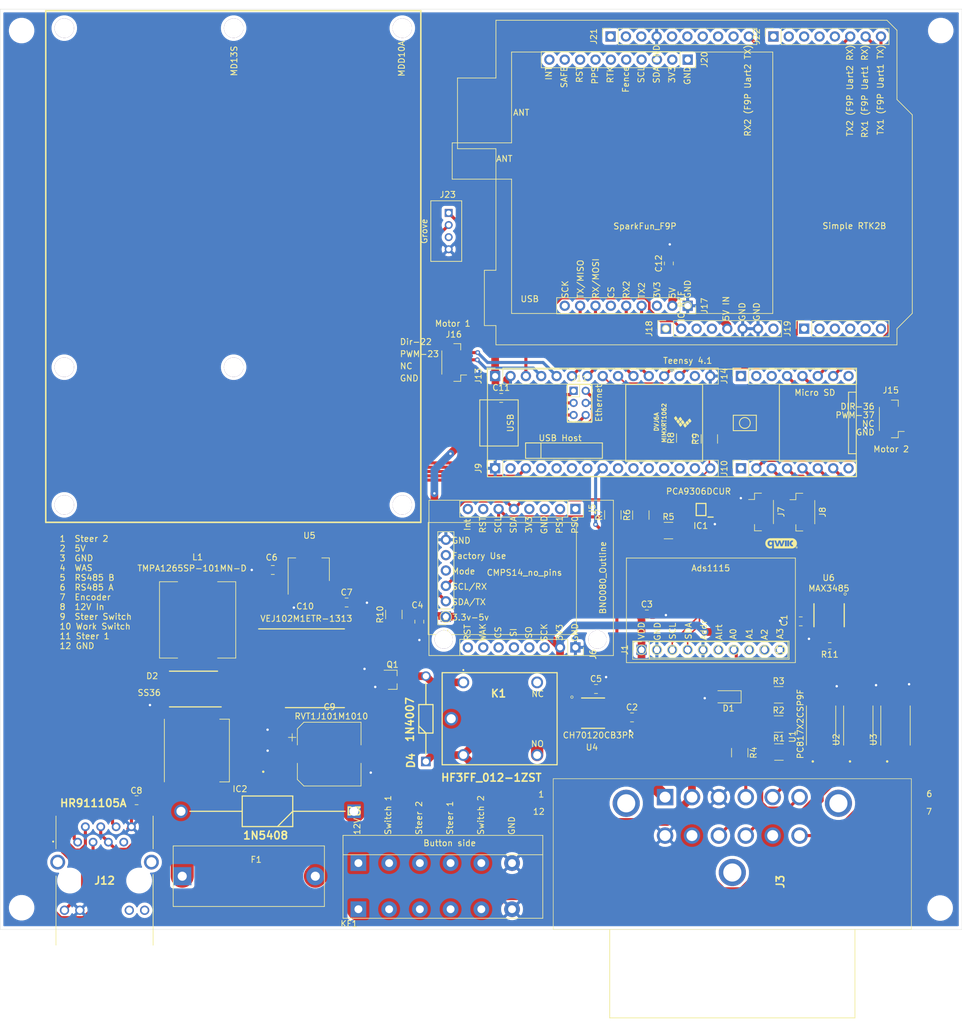
<source format=kicad_pcb>
(kicad_pcb (version 20171130) (host pcbnew "(5.1.10)-1")
  (layers (0 F.Cu signal) (31 B.Cu signal) (34 B.Paste user) (35 F.Paste user) (36 B.SilkS user) (37 F.SilkS user) (38 B.Mask user) (39 F.Mask user) (44 Edge.Cuts user))
  (net 0 "")
  (net 1 GND)
  (net 2 "Net-(C1-Pad1)")
  (net 3 "Net-(F1-Pad2)")
  (net 4 "Net-(J10-Pad3)")
  (net 5 "Net-(D1-Pad1)")
  (net 6 "Net-(J10-Pad6)")
  (net 7 "Net-(J6-Pad8)")
  (net 8 "Net-(J6-Pad7)")
  (net 9 "Net-(J6-Pad6)")
  (net 10 "Net-(J6-Pad5)")
  (net 11 "Net-(J6-Pad4)")
  (net 12 "Net-(J6-Pad3)")
  (net 13 "Net-(J9-Pad7)")
  (net 14 "Net-(J10-Pad5)")
  (net 15 "Net-(J11-Pad2)")
  (net 16 "Net-(J11-Pad1)")
  (net 17 "Net-(IC1-Pad6)")
  (net 18 "Net-(IC1-Pad5)")
  (net 19 "Net-(IC1-Pad4)")
  (net 20 "Net-(IC1-Pad3)")
  (net 21 "Net-(IC1-Pad2)")
  (net 22 "Net-(J9-Pad11)")
  (net 23 "Net-(J9-Pad12)")
  (net 24 "Net-(J10-Pad7)")
  (net 25 "Net-(J10-Pad4)")
  (net 26 "Net-(J11-Pad6)")
  (net 27 "Net-(J11-Pad5)")
  (net 28 "Net-(J11-Pad3)")
  (net 29 "Net-(J14-Pad2)")
  (net 30 "Net-(J15-Pad2)")
  (net 31 "Net-(J20-Pad6)")
  (net 32 "Net-(R1-Pad2)")
  (net 33 "Net-(R2-Pad2)")
  (net 34 "Net-(R3-Pad2)")
  (net 35 "Net-(J19-Pad2)")
  (net 36 "Net-(J21-Pad5)")
  (net 37 "Net-(J21-Pad2)")
  (net 38 "Net-(J21-Pad1)")
  (net 39 "Net-(IC1-Pad7)")
  (net 40 "Net-(D2-Pad1)")
  (net 41 "Net-(D3-Pad2)")
  (net 42 "Net-(D4-Pad2)")
  (net 43 "Net-(J1-Pad10)")
  (net 44 "Net-(J1-Pad9)")
  (net 45 "Net-(J1-Pad8)")
  (net 46 "Net-(J1-Pad6)")
  (net 47 "Net-(J3-PadMH3)")
  (net 48 "Net-(J3-PadMH2)")
  (net 49 "Net-(J3-PadMH1)")
  (net 50 "Net-(J3-Pad11)")
  (net 51 "Net-(J3-Pad10)")
  (net 52 "Net-(J3-Pad9)")
  (net 53 "Net-(J3-Pad8)")
  (net 54 "Net-(J3-Pad7)")
  (net 55 "Net-(J3-Pad4)")
  (net 56 "Net-(J4-Pad5)")
  (net 57 "Net-(J4-Pad4)")
  (net 58 "Net-(J5-Pad8)")
  (net 59 "Net-(J5-Pad7)")
  (net 60 "Net-(J5-Pad4)")
  (net 61 "Net-(J5-Pad3)")
  (net 62 "Net-(J5-Pad2)")
  (net 63 "Net-(J5-Pad1)")
  (net 64 "Net-(J9-Pad14)")
  (net 65 "Net-(J9-Pad13)")
  (net 66 "Net-(J9-Pad10)")
  (net 67 "Net-(J9-Pad9)")
  (net 68 "Net-(J9-Pad8)")
  (net 69 "Net-(J9-Pad6)")
  (net 70 "Net-(J9-Pad5)")
  (net 71 "Net-(J9-Pad4)")
  (net 72 "Net-(J9-Pad3)")
  (net 73 "Net-(J9-Pad2)")
  (net 74 "Net-(J10-Pad8)")
  (net 75 "Net-(J10-Pad2)")
  (net 76 "Net-(J10-Pad1)")
  (net 77 "Net-(J12-Pad11)")
  (net 78 "Net-(J12-Pad12)")
  (net 79 "Net-(J12-Pad7)")
  (net 80 "Net-(J13-Pad14)")
  (net 81 "Net-(J13-Pad13)")
  (net 82 "Net-(J13-Pad12)")
  (net 83 "Net-(J13-Pad11)")
  (net 84 "Net-(J13-Pad10)")
  (net 85 "Net-(J13-Pad7)")
  (net 86 "Net-(J13-Pad6)")
  (net 87 "Net-(J13-Pad5)")
  (net 88 "Net-(J13-Pad4)")
  (net 89 "Net-(J13-Pad3)")
  (net 90 "Net-(J14-Pad8)")
  (net 91 "Net-(J14-Pad7)")
  (net 92 "Net-(J14-Pad6)")
  (net 93 "Net-(J14-Pad5)")
  (net 94 "Net-(J14-Pad4)")
  (net 95 "Net-(J14-Pad3)")
  (net 96 "Net-(J14-Pad1)")
  (net 97 "Net-(J17-Pad3)")
  (net 98 "Net-(J18-Pad4)")
  (net 99 "Net-(J18-Pad3)")
  (net 100 "Net-(J18-Pad1)")
  (net 101 "Net-(J19-Pad6)")
  (net 102 "Net-(J19-Pad5)")
  (net 103 "Net-(J19-Pad4)")
  (net 104 "Net-(J19-Pad3)")
  (net 105 "Net-(J19-Pad1)")
  (net 106 "Net-(J20-Pad9)")
  (net 107 "Net-(J20-Pad8)")
  (net 108 "Net-(J20-Pad7)")
  (net 109 "Net-(J20-Pad5)")
  (net 110 "Net-(J20-Pad3)")
  (net 111 "Net-(J20-Pad2)")
  (net 112 "Net-(J20-Pad1)")
  (net 113 "Net-(J21-Pad3)")
  (net 114 "Net-(K1-Pad5)")
  (net 115 "Net-(K1-Pad2)")
  (net 116 "Net-(Q1-Pad1)")
  (net 117 "Net-(J22-Pad3)")
  (net 118 "Net-(C2-Pad1)")
  (net 119 "Net-(C10-Pad1)")
  (net 120 "Net-(C8-Pad1)")
  (net 121 "Net-(K1-Pad4)")
  (net 122 "Net-(C9-Pad1)")
  (net 123 "Net-(J16-Pad2)")
  (net 124 "Net-(J17-Pad9)")
  (net 125 "Net-(J17-Pad6)")
  (net 126 "Net-(J18-Pad8)")
  (net 127 "Net-(J20-Pad10)")
  (net 128 "Net-(J20-Pad4)")
  (net 129 "Net-(J21-Pad9)")
  (net 130 "Net-(J21-Pad8)")
  (net 131 "Net-(J21-Pad7)")
  (net 132 "Net-(J21-Pad6)")
  (net 133 "Net-(J22-Pad5)")
  (net 134 "Net-(J22-Pad4)")
  (net 135 "Net-(J22-Pad2)")
  (net 136 "Net-(J22-Pad1)")
  (net 137 "Net-(J23-Pad3)")
  (net 138 "Net-(J3-Pad1)")
  (net 139 "Net-(J3-Pad6)")
  (net 140 "Net-(J3-Pad5)")
  (module SamacSys_Parts:DIOM8059X265N (layer F.Cu) (at 51.96586 132.28828 180)
    (fp_text reference D2 (at 6.8326 2.15392 180) (layer F.SilkS))
    (fp_text value SS36 (at 7.32536 -0.61722 180) (layer F.SilkS))
    (pad 2 smd rect (at 3.45 0 180) (size 2.25 3.2) (layers F.Cu F.Paste F.Mask) (net 1 GND))
    (pad 1 smd rect (at -3.45 0 180) (size 2.25 3.2) (layers F.Cu F.Paste F.Mask) (net 40 "Net-(D2-Pad1)"))
  )
  (module SamacSys_Parts:SOP50P310X90-8N (layer F.Cu) (at 135.8646 102.6414 180)
    (fp_text reference IC1 (at 0.0508 -2.6924 180) (layer F.SilkS))
    (fp_text value PCA9306DCUR (at 0.4064 2.9972 180) (layer F.SilkS))
    (pad 8 smd rect (at 1.575 -0.75 270) (size 0.3 0.85) (layers F.Cu F.Paste F.Mask) (net 39 "Net-(IC1-Pad7)"))
    (pad 7 smd rect (at 1.575 -0.25 270) (size 0.3 0.85) (layers F.Cu F.Paste F.Mask) (net 39 "Net-(IC1-Pad7)"))
    (pad 6 smd rect (at 1.575 0.25 270) (size 0.3 0.85) (layers F.Cu F.Paste F.Mask) (net 17 "Net-(IC1-Pad6)"))
    (pad 5 smd rect (at 1.575 0.75 270) (size 0.3 0.85) (layers F.Cu F.Paste F.Mask) (net 18 "Net-(IC1-Pad5)"))
    (pad 4 smd rect (at -1.575 0.75 270) (size 0.3 0.85) (layers F.Cu F.Paste F.Mask) (net 19 "Net-(IC1-Pad4)"))
    (pad 3 smd rect (at -1.575 0.25 270) (size 0.3 0.85) (layers F.Cu F.Paste F.Mask) (net 20 "Net-(IC1-Pad3)"))
    (pad 2 smd rect (at -1.575 -0.25 270) (size 0.3 0.85) (layers F.Cu F.Paste F.Mask) (net 21 "Net-(IC1-Pad2)"))
    (pad 1 smd rect (at -1.575 -0.75 270) (size 0.3 0.85) (layers F.Cu F.Paste F.Mask) (net 1 GND))
  )
  (module MyFootprints:MDD10A_Outline (layer F.Cu) (at 27.54122 20.25396 270)
    (fp_text reference REF** hide)
    (fp_text value MDD10A (at 7.9248 -58.8264 90) (layer F.SilkS))
    (fp_text user MD13S (at 8.3058 -31.1404 90) (layer F.SilkS))
    (pad 8 thru_hole circle (at 2.88 -31.06 270) (size 3.2 3.2) (drill 3.2) (layers *.Cu *.Mask))
    (pad 8 thru_hole circle (at 58.88 -31.06 270) (size 3.2 3.2) (drill 3.2) (layers *.Cu *.Mask))
    (pad 8 thru_hole circle (at 58.88 -3.06 270) (size 3.2 3.2) (drill 3.2) (layers *.Cu *.Mask))
    (pad 8 thru_hole circle (at 2.88 -3.06 270) (size 3.2 3.2) (drill 3.2) (layers *.Cu *.Mask))
    (pad 8 thru_hole circle (at 2.88 -58.94 270) (size 3.2 3.2) (drill 3.2) (layers *.Cu *.Mask))
    (pad 8 thru_hole circle (at 81.62 -58.94 270) (size 3.2 3.2) (drill 3.2) (layers *.Cu *.Mask))
    (pad 8 thru_hole circle (at 81.62 -3.06 270) (size 3.2 3.2) (drill 3.2) (layers *.Cu *.Mask))
  )
  (module MyFootprints:SOIC127P600X175-8N (layer F.Cu) (at 157.03426 120.10176 270)
    (fp_text reference U6 (at -6.1853 0.07496) (layer F.SilkS))
    (fp_text value MAX3485 (at -4.43524 0.03686) (layer F.SilkS))
    (pad 5 smd rect (at 2.7 1.905 270) (size 1.55 0.6) (layers F.Cu F.Paste F.Mask) (net 1 GND))
    (pad 6 smd rect (at 2.7 0.635 270) (size 1.55 0.6) (layers F.Cu F.Paste F.Mask) (net 139 "Net-(J3-Pad6)"))
    (pad 8 smd rect (at 2.7 -1.905 270) (size 1.55 0.6) (layers F.Cu F.Paste F.Mask) (net 2 "Net-(C1-Pad1)"))
    (pad 4 smd rect (at -2.7 1.905 90) (size 1.55 0.6) (layers F.Cu F.Paste F.Mask) (net 4 "Net-(J10-Pad3)"))
    (pad 3 smd rect (at -2.7 0.635 270) (size 1.55 0.6) (layers F.Cu F.Paste F.Mask) (net 4 "Net-(J10-Pad3)"))
    (pad 1 smd rect (at -2.7 -1.905 270) (size 1.55 0.6) (layers F.Cu F.Paste F.Mask) (net 25 "Net-(J10-Pad4)"))
    (pad 7 smd rect (at 2.7 -0.635 270) (size 1.55 0.6) (layers F.Cu F.Paste F.Mask) (net 140 "Net-(J3-Pad5)"))
    (pad 2 smd rect (at -2.7 -0.635 270) (size 1.55 0.6) (layers F.Cu F.Paste F.Mask) (net 14 "Net-(J10-Pad5)"))
  )
  (module Resistor_SMD:R_0603_1608Metric (layer F.Cu) (at 157.14218 125.15596 180)
    (fp_text reference R11 (at 0 -1.43) (layer F.SilkS))
    (fp_text value 120)
    (pad 2 smd roundrect (at 0.825 0 180) (size 0.8 0.95) (layers F.Cu F.Paste F.Mask) (net 139 "Net-(J3-Pad6)"))
    (pad 1 smd roundrect (at -0.825 0 180) (size 0.8 0.95) (layers F.Cu F.Paste F.Mask) (net 140 "Net-(J3-Pad5)"))
  )
  (module Capacitor_SMD:C_0805_2012Metric (layer F.Cu) (at 124.45238 136.97712)
    (fp_text reference C2 (at 0 -1.68) (layer F.SilkS))
    (fp_text value 10nF)
    (pad 2 smd roundrect (at 0.95 0) (size 1 1.45) (layers F.Cu F.Paste F.Mask) (net 1 GND))
    (pad 1 smd roundrect (at -0.95 0) (size 1 1.45) (layers F.Cu F.Paste F.Mask) (net 118 "Net-(C2-Pad1)"))
  )
  (module Capacitor_SMD:C_0805_2012Metric (layer F.Cu) (at 65.06972 112.62106 180)
    (fp_text reference C6 (at 0.18542 2.06248) (layer F.SilkS))
    (fp_text value 10uF)
    (pad 2 smd roundrect (at 0.95 0 180) (size 1 1.45) (layers F.Cu F.Paste F.Mask) (net 1 GND))
    (pad 1 smd roundrect (at -0.95 0 180) (size 1 1.45) (layers F.Cu F.Paste F.Mask) (net 119 "Net-(C10-Pad1)"))
  )
  (module MyFootprints:SOIC127P600X175-8N (layer F.Cu) (at 118.0211 136.271)
    (fp_text reference U4 (at -0.1905 5.64642) (layer F.SilkS))
    (fp_text value CH70120CB3PR (at 0.88392 3.64998) (layer F.SilkS))
    (pad 5 smd rect (at 2.7 1.905) (size 1.55 0.6) (layers F.Cu F.Paste F.Mask) (net 1 GND))
    (pad 6 smd rect (at 2.7 0.635) (size 1.55 0.6) (layers F.Cu F.Paste F.Mask) (net 118 "Net-(C2-Pad1)"))
    (pad 8 smd rect (at 2.7 -1.905) (size 1.55 0.6) (layers F.Cu F.Paste F.Mask) (net 2 "Net-(C1-Pad1)"))
    (pad 4 smd rect (at -2.7 1.905 180) (size 1.55 0.6) (layers F.Cu F.Paste F.Mask) (net 138 "Net-(J3-Pad1)"))
    (pad 3 smd rect (at -2.7 0.635) (size 1.55 0.6) (layers F.Cu F.Paste F.Mask) (net 138 "Net-(J3-Pad1)"))
    (pad 1 smd rect (at -2.7 -1.905) (size 1.55 0.6) (layers F.Cu F.Paste F.Mask) (net 121 "Net-(K1-Pad4)"))
    (pad 7 smd rect (at 2.7 -0.635) (size 1.55 0.6) (layers F.Cu F.Paste F.Mask) (net 68 "Net-(J9-Pad8)"))
    (pad 2 smd rect (at -2.7 -0.635) (size 1.55 0.6) (layers F.Cu F.Paste F.Mask) (net 121 "Net-(K1-Pad4)"))
  )
  (module MyFootprints:SOIC254P960X420-4N (layer F.Cu) (at 161.862 138.318 90)
    (fp_text reference U2 (at -2.325 -3.635 90) (layer F.SilkS))
    (fp_text value PC817X2CSP9F)
    (pad 4 smd roundrect (at 4.28 -1.27 90) (size 2.15 1.48) (layers F.Cu F.Paste F.Mask) (roundrect_rratio 0.18) (net 24 "Net-(J10-Pad7)"))
    (pad 3 smd roundrect (at 4.28 1.27 90) (size 2.15 1.48) (layers F.Cu F.Paste F.Mask) (roundrect_rratio 0.18) (net 1 GND))
    (pad 2 smd roundrect (at -4.28 1.27 90) (size 2.15 1.48) (layers F.Cu F.Paste F.Mask) (roundrect_rratio 0.18) (net 52 "Net-(J3-Pad9)"))
    (pad 1 smd roundrect (at -4.28 -1.27 90) (size 2.15 1.48) (layers F.Cu F.Paste F.Mask) (roundrect_rratio 0.18) (net 33 "Net-(R2-Pad2)"))
  )
  (module MyFootprints:SOIC254P960X420-4N (layer F.Cu) (at 155.712 138.318 90)
    (fp_text reference U1 (at -1.83412 -4.74456 90) (layer F.SilkS))
    (fp_text value PC817X2CSP9F (at 0.254 -3.429 90) (layer F.SilkS))
    (pad 4 smd roundrect (at 4.28 -1.27 90) (size 2.15 1.48) (layers F.Cu F.Paste F.Mask) (roundrect_rratio 0.18) (net 6 "Net-(J10-Pad6)"))
    (pad 3 smd roundrect (at 4.28 1.27 90) (size 2.15 1.48) (layers F.Cu F.Paste F.Mask) (roundrect_rratio 0.18) (net 1 GND))
    (pad 2 smd roundrect (at -4.28 1.27 90) (size 2.15 1.48) (layers F.Cu F.Paste F.Mask) (roundrect_rratio 0.18) (net 51 "Net-(J3-Pad10)"))
    (pad 1 smd roundrect (at -4.28 -1.27 90) (size 2.15 1.48) (layers F.Cu F.Paste F.Mask) (roundrect_rratio 0.18) (net 32 "Net-(R1-Pad2)"))
  )
  (module MyFootprints:CAPAE1300X1400N (layer F.Cu) (at 70.4088 128.85674)
    (fp_text reference C10 (at 0 -10.2362) (layer F.SilkS))
    (fp_text value VEJ102M1ETR-1313 (at 0.2032 -8.2042) (layer F.SilkS))
    (pad 2 smd rect (at 4.85 0 90) (size 2.35 5.65) (layers F.Cu F.Paste F.Mask) (net 1 GND))
    (pad 1 smd rect (at -4.85 0 90) (size 2.35 5.65) (layers F.Cu F.Paste F.Mask) (net 119 "Net-(C10-Pad1)"))
  )
  (module Capacitor_SMD:CP_Elec_10x10 (layer F.Cu) (at 74.3966 143.03756)
    (fp_text reference C9 (at 0.0508 -7.7978) (layer F.SilkS))
    (fp_text value RVT1J101M1010 (at 0.3556 -6.2484) (layer F.SilkS))
    (pad 2 smd roundrect (at 4 0) (size 4 2.5) (layers F.Cu F.Paste F.Mask) (roundrect_rratio 0.1) (net 1 GND))
    (pad 1 smd roundrect (at -4 0) (size 4 2.5) (layers F.Cu F.Paste F.Mask) (roundrect_rratio 0.1) (net 122 "Net-(C9-Pad1)"))
  )
  (module MyFootprints:TMPA1265SP-101MN-D (layer F.Cu) (at 52.6415 120.87098 90)
    (fp_text reference L1 (at 10.37082 0 180) (layer F.SilkS))
    (fp_text value TMPA1265SP-101MN-D (at 8.52424 -0.92202 180) (layer F.SilkS))
    (pad 2 smd rect (at 4.95 0 90) (size 2.9 5.4) (layers F.Cu F.Paste F.Mask) (net 119 "Net-(C10-Pad1)"))
    (pad 1 smd rect (at -4.95 0 90) (size 2.9 5.4) (layers F.Cu F.Paste F.Mask) (net 40 "Net-(D2-Pad1)"))
  )
  (module MyFootprints:HR911105A (layer F.Cu) (at 32.8168 157.57398 180)
    (fp_text reference J12 (at -4.45 -6.35) (layer F.SilkS) (effects (font (size 1.27 1.27) (thickness 0.254))))
    (fp_text value HR911105A (at -2.58064 6.44144) (layer F.SilkS) (effects (font (size 1.27 1.27) (thickness 0.254))))
    (pad MH4 np_thru_hole circle (at -10.16 -6.35 180) (size 3.25 0) (drill 3.25) (layers *.Cu *.Mask))
    (pad MH3 np_thru_hole circle (at 1.27 -6.35 180) (size 3.25 0) (drill 3.25) (layers *.Cu *.Mask))
    (pad MH2 thru_hole circle (at -12.19 -3.3 180) (size 2.445 2.445) (drill 1.63) (layers *.Cu *.Mask))
    (pad MH1 thru_hole circle (at 3.3 -3.3 180) (size 2.445 2.445) (drill 1.63) (layers *.Cu *.Mask))
    (pad 12 thru_hole circle (at -11.07 -11.25 180) (size 1.53 1.53) (drill 1.02) (layers *.Cu *.Mask) (net 78 "Net-(J12-Pad12)"))
    (pad 11 thru_hole circle (at -8.53 -11.25 180) (size 1.53 1.53) (drill 1.02) (layers *.Cu *.Mask) (net 77 "Net-(J12-Pad11)"))
    (pad 10 thru_hole circle (at -0.36 -11.25 180) (size 1.53 1.53) (drill 1.02) (layers *.Cu *.Mask) (net 1 GND))
    (pad 9 thru_hole circle (at 2.18 -11.25 180) (size 1.53 1.53) (drill 1.02) (layers *.Cu *.Mask) (net 28 "Net-(J11-Pad3)"))
    (pad 8 thru_hole circle (at -8.89 2.54 180) (size 1.446 1.446) (drill 0.89) (layers *.Cu *.Mask) (net 1 GND))
    (pad 7 thru_hole circle (at -7.62 0 180) (size 1.446 1.446) (drill 0.89) (layers *.Cu *.Mask) (net 79 "Net-(J12-Pad7)"))
    (pad 6 thru_hole circle (at -6.35 2.54 180) (size 1.446 1.446) (drill 0.89) (layers *.Cu *.Mask) (net 15 "Net-(J11-Pad2)"))
    (pad 5 thru_hole circle (at -5.08 0 180) (size 1.446 1.446) (drill 0.89) (layers *.Cu *.Mask) (net 120 "Net-(C8-Pad1)"))
    (pad 4 thru_hole circle (at -3.81 2.54 180) (size 1.446 1.446) (drill 0.89) (layers *.Cu *.Mask) (net 120 "Net-(C8-Pad1)"))
    (pad 3 thru_hole circle (at -2.54 0 180) (size 1.446 1.446) (drill 0.89) (layers *.Cu *.Mask) (net 16 "Net-(J11-Pad1)"))
    (pad 2 thru_hole circle (at -1.27 2.54 180) (size 1.446 1.446) (drill 0.89) (layers *.Cu *.Mask) (net 27 "Net-(J11-Pad5)"))
    (pad 1 thru_hole circle (at 0 0 180) (size 1.446 1.446) (drill 0.89) (layers *.Cu *.Mask) (net 26 "Net-(J11-Pad6)"))
  )
  (module MyFootprints:1N4007 (layer F.Cu) (at 90.38082 144.2593 90)
    (fp_text reference D4 (at 0.1524 -2.4765 90) (layer F.SilkS) (effects (font (size 1.27 1.27) (thickness 0.254))))
    (fp_text value 1N4007 (at 6.9342 -2.6416 90) (layer F.SilkS) (effects (font (size 1.27 1.27) (thickness 0.254))))
    (pad 2 thru_hole circle (at 14.1 0 90) (size 1.575 1.575) (drill 1.05) (layers *.Cu *.Mask) (net 42 "Net-(D4-Pad2)"))
    (pad 1 thru_hole rect (at 0 0 90) (size 1.575 1.575) (drill 1.05) (layers *.Cu *.Mask) (net 119 "Net-(C10-Pad1)"))
  )
  (module MyFootprints:HF3FF0121ZST (layer F.Cu) (at 96.5708 131.191)
    (fp_text reference K1 (at 5.8166 1.8288) (layer F.SilkS) (effects (font (size 1.27 1.27) (thickness 0.254))))
    (fp_text value HF3FF_012-1ZST (at 4.62788 15.73022) (layer F.SilkS) (effects (font (size 1.27 1.27) (thickness 0.254))))
    (fp_text user NO (at 12.2428 10.16) (layer F.SilkS))
    (fp_text user NC (at 12.2936 1.905) (layer F.SilkS))
    (pad 5 thru_hole circle (at 12.2 0) (size 1.95 1.95) (drill 1.3) (layers *.Cu *.Mask) (net 114 "Net-(K1-Pad5)"))
    (pad 4 thru_hole circle (at 12.2 12) (size 1.95 1.95) (drill 1.3) (layers *.Cu *.Mask) (net 121 "Net-(K1-Pad4)"))
    (pad 3 thru_hole circle (at 0 12) (size 1.95 1.95) (drill 1.3) (layers *.Cu *.Mask) (net 119 "Net-(C10-Pad1)"))
    (pad 2 thru_hole circle (at -2 6) (size 2.25 2.25) (drill 1.5) (layers *.Cu *.Mask) (net 115 "Net-(K1-Pad2)"))
    (pad 1 thru_hole circle (at 0 0) (size 1.95 1.95) (drill 1.3) (layers *.Cu *.Mask) (net 42 "Net-(D4-Pad2)"))
  )
  (module MyFootprints:KF142V-5.08-6P (layer F.Cu) (at 109.7026 170.1546 180)
    (fp_text reference KF1 (at 32.0294 -0.9144) (layer F.SilkS))
    (fp_text value KF142V-5.0-6P)
    (fp_text user "Button side" (at 15.3924 12.4206) (layer F.SilkS))
    (pad 6 thru_hole circle (at 5.08 9.12 180) (size 2.6 2.6) (drill 1.3) (layers *.Cu *.Mask) (net 1 GND))
    (pad 6 thru_hole circle (at 5.08 1.5 180) (size 2.6 2.6) (drill 1.3) (layers *.Cu *.Mask) (net 1 GND))
    (pad 5 thru_hole circle (at 10.16 9.12 180) (size 2.6 2.6) (drill 1.3) (layers *.Cu *.Mask) (net 53 "Net-(J3-Pad8)"))
    (pad 5 thru_hole circle (at 10.16 1.5 180) (size 2.6 2.6) (drill 1.3) (layers *.Cu *.Mask) (net 53 "Net-(J3-Pad8)"))
    (pad 4 thru_hole circle (at 15.24 9.12 180) (size 2.6 2.6) (drill 1.3) (layers *.Cu *.Mask) (net 50 "Net-(J3-Pad11)"))
    (pad 4 thru_hole circle (at 15.24 1.5 180) (size 2.6 2.6) (drill 1.3) (layers *.Cu *.Mask) (net 50 "Net-(J3-Pad11)"))
    (pad 3 thru_hole circle (at 20.32 9.12 180) (size 2.6 2.6) (drill 1.3) (layers *.Cu *.Mask) (net 115 "Net-(K1-Pad2)"))
    (pad 3 thru_hole circle (at 20.32 1.5 180) (size 2.6 2.6) (drill 1.3) (layers *.Cu *.Mask) (net 115 "Net-(K1-Pad2)"))
    (pad 2 thru_hole circle (at 25.4 9.12 180) (size 2.6 2.6) (drill 1.3) (layers *.Cu *.Mask) (net 3 "Net-(F1-Pad2)"))
    (pad 2 thru_hole circle (at 25.4 1.5 180) (size 2.6 2.6) (drill 1.3) (layers *.Cu *.Mask) (net 3 "Net-(F1-Pad2)"))
    (pad 1 thru_hole rect (at 30.48 9.12 180) (size 2.6 2.6) (drill 1.3) (layers *.Cu *.Mask) (net 3 "Net-(F1-Pad2)"))
    (pad 1 thru_hole rect (at 30.48 1.5 180) (size 2.6 2.6) (drill 1.3) (layers *.Cu *.Mask) (net 3 "Net-(F1-Pad2)"))
  )
  (module MyFootprints:DO-201AD-28 (layer F.Cu) (at 78.49362 152.48128 180)
    (fp_text reference D3 (at 0 0) (layer F.SilkS) (effects (font (size 1.27 1.27) (thickness 0.254))))
    (fp_text value 1N5408 (at 14.61008 -3.99542) (layer F.SilkS) (effects (font (size 1.27 1.27) (thickness 0.254))))
    (pad 2 thru_hole circle (at 28.6 0 180) (size 2.25 2.25) (drill 1.5) (layers *.Cu *.Mask) (net 41 "Net-(D3-Pad2)"))
    (pad 1 thru_hole rect (at 0 0 180) (size 2.25 2.25) (drill 1.5) (layers *.Cu *.Mask) (net 122 "Net-(C9-Pad1)"))
  )
  (module MountingHole:MountingHole_3.2mm_M3 (layer F.Cu) (at 23.54834 23.53564)
    (fp_text reference " " (at 0 -4.2) (layer F.SilkS))
    (fp_text value " ")
    (pad 1 np_thru_hole circle (at 0 0) (size 3.2 3.2) (drill 3.2) (layers *.Cu *.Mask))
  )
  (module MountingHole:MountingHole_3.2mm_M3 (layer F.Cu) (at 175.49368 23.53564)
    (fp_text reference " " (at 0 -4.2) (layer F.SilkS))
    (fp_text value " ")
    (pad 1 np_thru_hole circle (at 0 0) (size 3.2 3.2) (drill 3.2) (layers *.Cu *.Mask))
  )
  (module MountingHole:MountingHole_3.2mm_M3 (layer F.Cu) (at 175.39462 168.46042)
    (fp_text reference " " (at 0 -4.2) (layer F.SilkS))
    (fp_text value " ")
    (pad 1 np_thru_hole circle (at 0 0) (size 3.2 3.2) (drill 3.2) (layers *.Cu *.Mask))
  )
  (module MountingHole:MountingHole_3.2mm_M3 (layer F.Cu) (at 23.55088 168.40962)
    (fp_text reference " " (at 0 -4.2) (layer F.SilkS))
    (fp_text value " ")
    (pad 1 np_thru_hole circle (at 0 0) (size 3.2 3.2) (drill 3.2) (layers *.Cu *.Mask))
  )
  (module MyFootprints:Qwic_vertical (layer F.Cu) (at 167.3606 87.6808 90)
    (fp_text reference J15 (at 4.7371 -0.127 180) (layer F.SilkS))
    (fp_text value "Motor 2")
    (pad MP smd roundrect (at 2.8 -1.2 90) (size 1.2 1.8) (layers F.Cu F.Paste F.Mask) (roundrect_rratio 0.2083325))
    (pad MP smd roundrect (at -2.8 -1.2 90) (size 1.2 1.8) (layers F.Cu F.Paste F.Mask) (roundrect_rratio 0.2083325))
    (pad 4 smd roundrect (at 1.5 1.325 90) (size 0.6 1.55) (layers F.Cu F.Paste F.Mask) (net 93 "Net-(J14-Pad5)"))
    (pad 3 smd roundrect (at 0.5 1.325 90) (size 0.6 1.55) (layers F.Cu F.Paste F.Mask) (net 94 "Net-(J14-Pad4)"))
    (pad 2 smd roundrect (at -0.5 1.325 90) (size 0.6 1.55) (layers F.Cu F.Paste F.Mask) (net 30 "Net-(J15-Pad2)"))
    (pad 1 smd roundrect (at -1.5 1.325 90) (size 0.6 1.55) (layers F.Cu F.Paste F.Mask) (net 1 GND))
  )
  (module Capacitor_SMD:C_0805_2012Metric (layer F.Cu) (at 89.29624 121.16308 270)
    (fp_text reference C4 (at -2.7305 0.31242 180) (layer F.SilkS))
    (fp_text value 0.1uF)
    (pad 2 smd roundrect (at 0.95 0 270) (size 1 1.45) (layers F.Cu F.Paste F.Mask) (net 1 GND))
    (pad 1 smd roundrect (at -0.95 0 270) (size 1 1.45) (layers F.Cu F.Paste F.Mask) (net 2 "Net-(C1-Pad1)"))
  )
  (module Capacitor_SMD:C_0805_2012Metric (layer F.Cu) (at 118.5037 132.2832)
    (fp_text reference C5 (at 0 -1.68) (layer F.SilkS))
    (fp_text value 0.1uF)
    (pad 2 smd roundrect (at 0.95 0) (size 1 1.45) (layers F.Cu F.Paste F.Mask) (net 1 GND))
    (pad 1 smd roundrect (at -0.95 0) (size 1 1.45) (layers F.Cu F.Paste F.Mask) (net 2 "Net-(C1-Pad1)"))
  )
  (module Capacitor_SMD:C_0805_2012Metric (layer F.Cu) (at 152.34666 121.11482 180)
    (fp_text reference C1 (at 2.7305 0.1524 270) (layer F.SilkS))
    (fp_text value 0.1uF)
    (pad 2 smd roundrect (at 0.95 0 180) (size 1 1.45) (layers F.Cu F.Paste F.Mask) (net 1 GND))
    (pad 1 smd roundrect (at -0.95 0 180) (size 1 1.45) (layers F.Cu F.Paste F.Mask) (net 2 "Net-(C1-Pad1)"))
  )
  (module MyFootprints:Grove (layer F.Cu) (at 94.1451 56.6547 270)
    (fp_text reference J23 (at -6.0198 0.1524 180) (layer F.SilkS))
    (fp_text value Grove (at 0.0254 4.0386 90) (layer F.SilkS))
    (pad 4 thru_hole circle (at 3 0 270) (size 1.308 1.308) (drill 0.8) (layers *.Cu *.Mask) (net 1 GND))
    (pad 3 thru_hole circle (at 1 0 270) (size 1.308 1.308) (drill 0.8) (layers *.Cu *.Mask) (net 137 "Net-(J23-Pad3)"))
    (pad 2 thru_hole circle (at -1 0 270) (size 1.308 1.308) (drill 0.8) (layers *.Cu *.Mask) (net 88 "Net-(J13-Pad4)"))
    (pad 1 thru_hole rect (at -3 0 270) (size 1.308 1.308) (drill 0.8) (layers *.Cu *.Mask) (net 87 "Net-(J13-Pad5)"))
  )
  (module MyFootprints:QwiicLogo (layer F.Cu) (at 149.1234 108.1786)
    (fp_text reference G*** hide)
    (fp_text value LOGO hide)
  )
  (module MyFootprints:ads1115_no_pins (layer F.Cu) (at 124.39142 127.41656)
    (fp_text reference REF**)
    (fp_text value Ads1115 (at 13.081 -15.0876) (layer F.SilkS))
    (fp_text user 10 (at 24.6126 -1.5748) (layer F.SilkS))
    (fp_text user 9 (at 21.9964 -1.6256) (layer F.SilkS))
    (fp_text user 8 (at 19.4818 -1.6002) (layer F.SilkS))
    (fp_text user 7 (at 16.9164 -1.5748) (layer F.SilkS))
    (fp_text user 6 (at 14.3256 -1.6002) (layer F.SilkS))
    (fp_text user 5 (at 11.8364 -1.5748) (layer F.SilkS))
    (fp_text user 4 (at 9.1948 -1.524) (layer F.SilkS))
    (fp_text user 3 (at 6.731 -1.5748) (layer F.SilkS))
    (fp_text user 2 (at 4.191 -1.6002) (layer F.SilkS))
    (fp_text user 1 (at 1.651 -1.6002) (layer F.SilkS))
    (fp_text user A3 (at 24.5364 -4.2672 90) (layer F.SilkS))
    (fp_text user A2 (at 21.971 -4.1402 90) (layer F.SilkS))
    (fp_text user A1 (at 19.4564 -4.2672 90) (layer F.SilkS))
    (fp_text user A0 (at 16.7894 -4.2164 90) (layer F.SilkS))
    (fp_text user Alrt (at 14.4526 -4.5212 90) (layer F.SilkS))
    (fp_text user Addr (at 11.9126 -4.8514 90) (layer F.SilkS))
    (fp_text user SDA (at 9.398 -4.7244 90) (layer F.SilkS))
    (fp_text user SCL (at 6.7818 -4.699 90) (layer F.SilkS))
    (fp_text user GND (at 4.2672 -4.6482 90) (layer F.SilkS))
    (fp_text user VDD (at 1.6256 -4.7752 90) (layer F.SilkS))
  )
  (module MyFootprints:Teensy41_no_pins (layer F.Cu) (at 131.0386 88.3412)
    (fp_text reference -- (at -0.5334 -8.6868) (layer F.SilkS))
    (fp_text value "Teensy 4.1" (at 2.6162 -10.287) (layer F.SilkS))
    (fp_text user "USB Host" (at -18.4658 2.4892) (layer F.SilkS))
    (fp_text user Ethernet (at -12.065 -3.2766 90) (layer F.SilkS))
    (fp_text user USB (at -26.67 0 270) (layer F.SilkS))
    (fp_text user "Micro SD" (at 23.6474 -5.0038) (layer F.SilkS))
    (fp_text user MIMXRT1062 (at -1.27 0 -90) (layer F.SilkS) (effects (font (size 0.7 0.7))))
    (fp_text user DVJ6A (at -2.54 -0.18 -90) (layer F.SilkS) (effects (font (size 0.7 0.7))))
  )
  (module MyFootprints:CMPS14_no_pins (layer F.Cu) (at 90.76436 104.7877)
    (fp_text reference M1)
    (fp_text value CMPS14_no_pins (at 15.9004 8.2804) (layer F.SilkS))
    (fp_text user 1 (at 2.8956 15.5702) (layer F.SilkS))
    (fp_text user GND (at 5.461 2.9718) (layer F.SilkS))
    (fp_text user "Factory Use" (at 8.413381 5.5118) (layer F.SilkS))
    (fp_text user Mode (at 5.841953 8.0518) (layer F.SilkS))
    (fp_text user SCL/RX (at 6.818143 10.5918) (layer F.SilkS))
    (fp_text user SDA/TX (at 6.722905 13.1318) (layer F.SilkS))
    (fp_text user 3.3v-5v (at 6.98481 15.6718) (layer F.SilkS))
  )
  (module MyFootprints:BNO080_Outline (layer F.Cu) (at 121.37136 126.7587 180)
    (fp_text reference REF**)
    (fp_text value BNO080_Outline (at 1.7272 12.8524 90) (layer F.SilkS))
    (fp_text user RST (at 24.13 3.81 90) (layer F.SilkS))
    (fp_text user WAK (at 21.59 3.81 90) (layer F.SilkS))
    (fp_text user CS (at 19.05 3.81 90) (layer F.SilkS))
    (fp_text user SI (at 16.51 3.81 90) (layer F.SilkS))
    (fp_text user SO (at 13.97 3.81 90) (layer F.SilkS))
    (fp_text user SCK (at 11.43 3.81 90) (layer F.SilkS))
    (fp_text user 3V3 (at 8.89 3.81 90) (layer F.SilkS))
    (fp_text user GND (at 6.35 3.81 90) (layer F.SilkS))
    (fp_text user Int (at 24.13 21.59 90) (layer F.SilkS))
    (fp_text user RST (at 21.59 21.59 90) (layer F.SilkS))
    (fp_text user SCL (at 19.05 21.59 90) (layer F.SilkS))
    (fp_text user SDA (at 16.51 21.59 90) (layer F.SilkS))
    (fp_text user 3V3 (at 13.97 21.59 90) (layer F.SilkS))
    (fp_text user GND (at 11.43 21.59 90) (layer F.SilkS))
    (fp_text user PS1 (at 8.89 21.59 90) (layer F.SilkS))
    (fp_text user PS0 (at 6.35 21.59 90) (layer F.SilkS))
    (pad "" thru_hole circle (at 28.04 2.64 180) (size 3 3) (drill 3) (layers *.Cu *.Mask))
    (pad "" thru_hole circle (at 2.64 2.64 180) (size 3 3) (drill 3) (layers *.Cu *.Mask))
  )
  (module MyFootprints:SF_F9P_SMA_No_Pins (layer F.Cu) (at 147.7264 70.2564 180)
    (fp_text reference REF**)
    (fp_text value SparkFun_F9P (at 21.1328 14.4018) (layer F.SilkS))
    (fp_text user ANT (at 44.3738 25.5486) (layer F.SilkS))
    (fp_text user INT (at 37.0332 39.674752 90) (layer F.SilkS))
    (fp_text user SAFE (at 34.487552 39.031895 90) (layer F.SilkS))
    (fp_text user RST (at 31.941908 39.460466 90) (layer F.SilkS))
    (fp_text user PPS (at 29.396264 39.341419 90) (layer F.SilkS))
    (fp_text user RTK (at 26.85062 39.436657 90) (layer F.SilkS))
    (fp_text user Fence (at 24.304976 38.650943 90) (layer F.SilkS))
    (fp_text user SCL (at 21.759332 39.436657 90) (layer F.SilkS))
    (fp_text user SDA (at 19.213688 39.412847 90) (layer F.SilkS))
    (fp_text user 3V3 (at 16.668044 39.436657 90) (layer F.SilkS))
    (fp_text user GND (at 14.1224 39.2938 90) (layer F.SilkS))
    (fp_text user SCK (at 34.3154 3.9624 90) (layer F.SilkS))
    (fp_text user TX/MISO (at 31.784925 5.676685 90) (layer F.SilkS))
    (fp_text user RX/MOSI (at 29.25445 5.795733 90) (layer F.SilkS))
    (fp_text user CS (at 26.723975 3.4624 90) (layer F.SilkS))
    (fp_text user RX2 (at 24.1935 3.93859 90) (layer F.SilkS))
    (fp_text user TX2 (at 21.663025 3.819543 90) (layer F.SilkS))
    (fp_text user 3V3 (at 19.13255 3.867162 90) (layer F.SilkS))
    (fp_text user 5V (at 16.602075 3.390971 90) (layer F.SilkS))
    (fp_text user GND (at 14.0716 4.010019 90) (layer F.SilkS))
  )
  (module MyFootprints:SimpleRTK2B_no_pins (layer F.Cu) (at 170.0022 72.771 180)
    (fp_text reference REF**)
    (fp_text value "Simple RTK2B" (at 8.7884 16.9672) (layer F.SilkS))
    (fp_text user ANT (at 63.8556 35.687) (layer F.SilkS))
    (fp_text user USB (at 62.4586 4.9022) (layer F.SilkS))
    (fp_text user "IO REF" (at 37.3888 3.7338 90) (layer F.SilkS))
    (fp_text user "5V IN" (at 29.9974 3.333809 90) (layer F.SilkS))
    (fp_text user GND (at 27.3304 2.81 90) (layer F.SilkS))
    (fp_text user GND (at 24.9428 2.81 90) (layer F.SilkS))
    (fp_text user GND (at 41.4782 45.3644 90) (layer F.SilkS))
    (fp_text user "RX2 (F9P Uart2 TX)" (at 26.416 39.316781 90) (layer F.SilkS))
    (fp_text user "TX2 (F9P Uart2 RX)" (at 9.525 39.316781 270) (layer F.SilkS))
    (fp_text user "RX1 (F9P Uart1 RX)" (at 7.0612 39.197733 90) (layer F.SilkS))
    (fp_text user "TX1 (F9P Uart1 TX)" (at 4.4704 39.435828 270) (layer F.SilkS))
  )
  (module Package_TO_SOT_SMD:SOT-223 (layer F.Cu) (at 71.0184 112.53978 90)
    (fp_text reference U5 (at 5.6007 0.11176 180) (layer F.SilkS))
    (fp_text value AZ1117H-3.3TRE1)
    (pad 1 smd rect (at -3.15 -2.3 90) (size 2 1.5) (layers F.Cu F.Paste F.Mask) (net 1 GND))
    (pad 3 smd rect (at -3.15 2.3 90) (size 2 1.5) (layers F.Cu F.Paste F.Mask) (net 119 "Net-(C10-Pad1)"))
    (pad 2 smd rect (at -3.15 0 90) (size 2 1.5) (layers F.Cu F.Paste F.Mask) (net 2 "Net-(C1-Pad1)"))
    (pad 4 smd rect (at 3.15 0 90) (size 2 3.8) (layers F.Cu F.Paste F.Mask))
  )
  (module MyFootprints:SOIC254P960X420-4N (layer F.Cu) (at 168.012 138.318 90)
    (fp_text reference U3 (at -2.325 -3.635 90) (layer F.SilkS))
    (fp_text value PC817X2CSP9F)
    (pad 4 smd roundrect (at 4.28 -1.27 90) (size 2.15 1.48) (layers F.Cu F.Paste F.Mask) (roundrect_rratio 0.18) (net 75 "Net-(J10-Pad2)"))
    (pad 3 smd roundrect (at 4.28 1.27 90) (size 2.15 1.48) (layers F.Cu F.Paste F.Mask) (roundrect_rratio 0.18) (net 1 GND))
    (pad 2 smd roundrect (at -4.28 1.27 90) (size 2.15 1.48) (layers F.Cu F.Paste F.Mask) (roundrect_rratio 0.18) (net 54 "Net-(J3-Pad7)"))
    (pad 1 smd roundrect (at -4.28 -1.27 90) (size 2.15 1.48) (layers F.Cu F.Paste F.Mask) (roundrect_rratio 0.18) (net 34 "Net-(R3-Pad2)"))
  )
  (module Resistor_SMD:R_1210_3225Metric (layer F.Cu) (at 85.08238 119.97436 90)
    (fp_text reference R10 (at 0 -2.28 90) (layer F.SilkS))
    (fp_text value 1K)
    (pad 2 smd roundrect (at 1.4625 0 90) (size 1.125 2.65) (layers F.Cu F.Paste F.Mask) (roundrect_rratio 0.2222213333333333) (net 72 "Net-(J9-Pad3)"))
    (pad 1 smd roundrect (at -1.4625 0 90) (size 1.125 2.65) (layers F.Cu F.Paste F.Mask) (roundrect_rratio 0.2222213333333333) (net 116 "Net-(Q1-Pad1)"))
  )
  (module Resistor_SMD:R_1210_3225Metric (layer F.Cu) (at 137.2362 90.9828 90)
    (fp_text reference R9 (at 0 -2.28 90) (layer F.SilkS))
    (fp_text value 217)
    (pad 2 smd roundrect (at 1.4625 0 90) (size 1.125 2.65) (layers F.Cu F.Paste F.Mask) (roundrect_rratio 0.2222213333333333) (net 19 "Net-(IC1-Pad4)"))
    (pad 1 smd roundrect (at -1.4625 0 90) (size 1.125 2.65) (layers F.Cu F.Paste F.Mask) (roundrect_rratio 0.2222213333333333) (net 21 "Net-(IC1-Pad2)"))
  )
  (module Resistor_SMD:R_1210_3225Metric (layer F.Cu) (at 133.1722 90.8304 90)
    (fp_text reference R8 (at 0 -2.28 90) (layer F.SilkS))
    (fp_text value 217)
    (pad 2 smd roundrect (at 1.4625 0 90) (size 1.125 2.65) (layers F.Cu F.Paste F.Mask) (roundrect_rratio 0.2222213333333333) (net 20 "Net-(IC1-Pad3)"))
    (pad 1 smd roundrect (at -1.4625 0 90) (size 1.125 2.65) (layers F.Cu F.Paste F.Mask) (roundrect_rratio 0.2222213333333333) (net 21 "Net-(IC1-Pad2)"))
  )
  (module Resistor_SMD:R_1210_3225Metric (layer F.Cu) (at 121.285 103.5197 90)
    (fp_text reference R7 (at 0 -2.28 90) (layer F.SilkS))
    (fp_text value 341)
    (pad 2 smd roundrect (at 1.4625 0 90) (size 1.125 2.65) (layers F.Cu F.Paste F.Mask) (roundrect_rratio 0.2222213333333333) (net 17 "Net-(IC1-Pad6)"))
    (pad 1 smd roundrect (at -1.4625 0 90) (size 1.125 2.65) (layers F.Cu F.Paste F.Mask) (roundrect_rratio 0.2222213333333333) (net 119 "Net-(C10-Pad1)"))
  )
  (module Resistor_SMD:R_1210_3225Metric (layer F.Cu) (at 125.9078 103.5558 90)
    (fp_text reference R6 (at 0 -2.28 90) (layer F.SilkS))
    (fp_text value 341)
    (pad 2 smd roundrect (at 1.4625 0 90) (size 1.125 2.65) (layers F.Cu F.Paste F.Mask) (roundrect_rratio 0.2222213333333333) (net 18 "Net-(IC1-Pad5)"))
    (pad 1 smd roundrect (at -1.4625 0 90) (size 1.125 2.65) (layers F.Cu F.Paste F.Mask) (roundrect_rratio 0.2222213333333333) (net 119 "Net-(C10-Pad1)"))
  )
  (module Resistor_SMD:R_1210_3225Metric (layer F.Cu) (at 130.4798 106.1212)
    (fp_text reference R5 (at 0 -2.28) (layer F.SilkS))
    (fp_text value 200K)
    (pad 2 smd roundrect (at 1.4625 0) (size 1.125 2.65) (layers F.Cu F.Paste F.Mask) (roundrect_rratio 0.2222213333333333) (net 39 "Net-(IC1-Pad7)"))
    (pad 1 smd roundrect (at -1.4625 0) (size 1.125 2.65) (layers F.Cu F.Paste F.Mask) (roundrect_rratio 0.2222213333333333) (net 119 "Net-(C10-Pad1)"))
  )
  (module Resistor_SMD:R_1210_3225Metric (layer F.Cu) (at 142.2654 142.7988 270)
    (fp_text reference R4 (at 0 -2.28 90) (layer F.SilkS))
    (fp_text value 200)
    (pad 2 smd roundrect (at 1.4625 0 270) (size 1.125 2.65) (layers F.Cu F.Paste F.Mask) (roundrect_rratio 0.2222213333333333) (net 55 "Net-(J3-Pad4)"))
    (pad 1 smd roundrect (at -1.4625 0 270) (size 1.125 2.65) (layers F.Cu F.Paste F.Mask) (roundrect_rratio 0.2222213333333333) (net 5 "Net-(D1-Pad1)"))
  )
  (module Resistor_SMD:R_1210_3225Metric (layer F.Cu) (at 148.6916 133.2484)
    (fp_text reference R3 (at 0 -2.28) (layer F.SilkS))
    (fp_text value 200)
    (pad 2 smd roundrect (at 1.4625 0) (size 1.125 2.65) (layers F.Cu F.Paste F.Mask) (roundrect_rratio 0.2222213333333333) (net 34 "Net-(R3-Pad2)"))
    (pad 1 smd roundrect (at -1.4625 0) (size 1.125 2.65) (layers F.Cu F.Paste F.Mask) (roundrect_rratio 0.2222213333333333) (net 119 "Net-(C10-Pad1)"))
  )
  (module Resistor_SMD:R_1210_3225Metric (layer F.Cu) (at 148.6916 138.0744)
    (fp_text reference R2 (at 0 -2.28) (layer F.SilkS))
    (fp_text value 200)
    (pad 2 smd roundrect (at 1.4625 0) (size 1.125 2.65) (layers F.Cu F.Paste F.Mask) (roundrect_rratio 0.2222213333333333) (net 33 "Net-(R2-Pad2)"))
    (pad 1 smd roundrect (at -1.4625 0) (size 1.125 2.65) (layers F.Cu F.Paste F.Mask) (roundrect_rratio 0.2222213333333333) (net 119 "Net-(C10-Pad1)"))
  )
  (module Resistor_SMD:R_1210_3225Metric (layer F.Cu) (at 148.7424 142.6972)
    (fp_text reference R1 (at 0 -2.28) (layer F.SilkS))
    (fp_text value 200)
    (pad 2 smd roundrect (at 1.4625 0) (size 1.125 2.65) (layers F.Cu F.Paste F.Mask) (roundrect_rratio 0.2222213333333333) (net 32 "Net-(R1-Pad2)"))
    (pad 1 smd roundrect (at -1.4625 0) (size 1.125 2.65) (layers F.Cu F.Paste F.Mask) (roundrect_rratio 0.2222213333333333) (net 119 "Net-(C10-Pad1)"))
  )
  (module Package_TO_SOT_SMD:SOT-23 (layer F.Cu) (at 84.8614 130.7592)
    (fp_text reference Q1 (at 0 -2.5) (layer F.SilkS))
    (fp_text value BC847)
    (pad 3 smd rect (at 1 0) (size 0.9 0.8) (layers F.Cu F.Paste F.Mask) (net 42 "Net-(D4-Pad2)"))
    (pad 2 smd rect (at -1 0.95) (size 0.9 0.8) (layers F.Cu F.Paste F.Mask) (net 1 GND))
    (pad 1 smd rect (at -1 -0.95) (size 0.9 0.8) (layers F.Cu F.Paste F.Mask) (net 116 "Net-(Q1-Pad1)"))
  )
  (module Connector_PinSocket_2.54mm:PinSocket_1x08_P2.54mm_Vertical (layer F.Cu) (at 147.828 24.511 90)
    (fp_text reference J22 (at 0 -2.77 90) (layer F.SilkS))
    (fp_text value ArduSimple_br)
    (pad 8 thru_hole oval (at 0 17.78 90) (size 1.7 1.7) (drill 1) (layers *.Cu *.Mask) (net 91 "Net-(J14-Pad7)"))
    (pad 7 thru_hole oval (at 0 15.24 90) (size 1.7 1.7) (drill 1) (layers *.Cu *.Mask) (net 92 "Net-(J14-Pad6)"))
    (pad 6 thru_hole oval (at 0 12.7 90) (size 1.7 1.7) (drill 1) (layers *.Cu *.Mask) (net 81 "Net-(J13-Pad13)"))
    (pad 5 thru_hole oval (at 0 10.16 90) (size 1.7 1.7) (drill 1) (layers *.Cu *.Mask) (net 133 "Net-(J22-Pad5)"))
    (pad 4 thru_hole oval (at 0 7.62 90) (size 1.7 1.7) (drill 1) (layers *.Cu *.Mask) (net 134 "Net-(J22-Pad4)"))
    (pad 3 thru_hole oval (at 0 5.08 90) (size 1.7 1.7) (drill 1) (layers *.Cu *.Mask) (net 117 "Net-(J22-Pad3)"))
    (pad 2 thru_hole oval (at 0 2.54 90) (size 1.7 1.7) (drill 1) (layers *.Cu *.Mask) (net 135 "Net-(J22-Pad2)"))
    (pad 1 thru_hole rect (at 0 0 90) (size 1.7 1.7) (drill 1) (layers *.Cu *.Mask) (net 136 "Net-(J22-Pad1)"))
  )
  (module Connector_PinSocket_2.54mm:PinSocket_1x10_P2.54mm_Vertical (layer F.Cu) (at 120.908 24.511 90)
    (fp_text reference J21 (at 0 -2.77 90) (layer F.SilkS))
    (fp_text value ArduSimple_tr)
    (pad 10 thru_hole oval (at 0 22.86 90) (size 1.7 1.7) (drill 1) (layers *.Cu *.Mask) (net 82 "Net-(J13-Pad12)"))
    (pad 9 thru_hole oval (at 0 20.32 90) (size 1.7 1.7) (drill 1) (layers *.Cu *.Mask) (net 129 "Net-(J21-Pad9)"))
    (pad 8 thru_hole oval (at 0 17.78 90) (size 1.7 1.7) (drill 1) (layers *.Cu *.Mask) (net 130 "Net-(J21-Pad8)"))
    (pad 7 thru_hole oval (at 0 15.24 90) (size 1.7 1.7) (drill 1) (layers *.Cu *.Mask) (net 131 "Net-(J21-Pad7)"))
    (pad 6 thru_hole oval (at 0 12.7 90) (size 1.7 1.7) (drill 1) (layers *.Cu *.Mask) (net 132 "Net-(J21-Pad6)"))
    (pad 5 thru_hole oval (at 0 10.16 90) (size 1.7 1.7) (drill 1) (layers *.Cu *.Mask) (net 36 "Net-(J21-Pad5)"))
    (pad 4 thru_hole oval (at 0 7.62 90) (size 1.7 1.7) (drill 1) (layers *.Cu *.Mask) (net 1 GND))
    (pad 3 thru_hole oval (at 0 5.08 90) (size 1.7 1.7) (drill 1) (layers *.Cu *.Mask) (net 113 "Net-(J21-Pad3)"))
    (pad 2 thru_hole oval (at 0 2.54 90) (size 1.7 1.7) (drill 1) (layers *.Cu *.Mask) (net 37 "Net-(J21-Pad2)"))
    (pad 1 thru_hole rect (at 0 0 90) (size 1.7 1.7) (drill 1) (layers *.Cu *.Mask) (net 38 "Net-(J21-Pad1)"))
  )
  (module Connector_PinSocket_2.54mm:PinSocket_1x10_P2.54mm_Vertical (layer F.Cu) (at 133.6548 28.3364 270)
    (fp_text reference J20 (at 0 -2.77 90) (layer F.SilkS))
    (fp_text value SF_F9P_right)
    (pad 10 thru_hole oval (at 0 22.86 270) (size 1.7 1.7) (drill 1) (layers *.Cu *.Mask) (net 127 "Net-(J20-Pad10)"))
    (pad 9 thru_hole oval (at 0 20.32 270) (size 1.7 1.7) (drill 1) (layers *.Cu *.Mask) (net 106 "Net-(J20-Pad9)"))
    (pad 8 thru_hole oval (at 0 17.78 270) (size 1.7 1.7) (drill 1) (layers *.Cu *.Mask) (net 107 "Net-(J20-Pad8)"))
    (pad 7 thru_hole oval (at 0 15.24 270) (size 1.7 1.7) (drill 1) (layers *.Cu *.Mask) (net 108 "Net-(J20-Pad7)"))
    (pad 6 thru_hole oval (at 0 12.7 270) (size 1.7 1.7) (drill 1) (layers *.Cu *.Mask) (net 31 "Net-(J20-Pad6)"))
    (pad 5 thru_hole oval (at 0 10.16 270) (size 1.7 1.7) (drill 1) (layers *.Cu *.Mask) (net 109 "Net-(J20-Pad5)"))
    (pad 4 thru_hole oval (at 0 7.62 270) (size 1.7 1.7) (drill 1) (layers *.Cu *.Mask) (net 128 "Net-(J20-Pad4)"))
    (pad 3 thru_hole oval (at 0 5.08 270) (size 1.7 1.7) (drill 1) (layers *.Cu *.Mask) (net 110 "Net-(J20-Pad3)"))
    (pad 2 thru_hole oval (at 0 2.54 270) (size 1.7 1.7) (drill 1) (layers *.Cu *.Mask) (net 111 "Net-(J20-Pad2)"))
    (pad 1 thru_hole rect (at 0 0 270) (size 1.7 1.7) (drill 1) (layers *.Cu *.Mask) (net 112 "Net-(J20-Pad1)"))
  )
  (module Connector_PinSocket_2.54mm:PinSocket_1x06_P2.54mm_Vertical (layer F.Cu) (at 152.908 72.771 90)
    (fp_text reference J19 (at 0 -2.77 90) (layer F.SilkS))
    (fp_text value ArduSimple_bl)
    (pad 6 thru_hole oval (at 0 12.7 90) (size 1.7 1.7) (drill 1) (layers *.Cu *.Mask) (net 101 "Net-(J19-Pad6)"))
    (pad 5 thru_hole oval (at 0 10.16 90) (size 1.7 1.7) (drill 1) (layers *.Cu *.Mask) (net 102 "Net-(J19-Pad5)"))
    (pad 4 thru_hole oval (at 0 7.62 90) (size 1.7 1.7) (drill 1) (layers *.Cu *.Mask) (net 103 "Net-(J19-Pad4)"))
    (pad 3 thru_hole oval (at 0 5.08 90) (size 1.7 1.7) (drill 1) (layers *.Cu *.Mask) (net 104 "Net-(J19-Pad3)"))
    (pad 2 thru_hole oval (at 0 2.54 90) (size 1.7 1.7) (drill 1) (layers *.Cu *.Mask) (net 35 "Net-(J19-Pad2)"))
    (pad 1 thru_hole rect (at 0 0 90) (size 1.7 1.7) (drill 1) (layers *.Cu *.Mask) (net 105 "Net-(J19-Pad1)"))
  )
  (module Connector_PinSocket_2.54mm:PinSocket_1x08_P2.54mm_Vertical (layer F.Cu) (at 130.048 72.771 90)
    (fp_text reference J18 (at 0 -2.77 90) (layer F.SilkS))
    (fp_text value ArduSimple_tl)
    (pad 8 thru_hole oval (at 0 17.78 90) (size 1.7 1.7) (drill 1) (layers *.Cu *.Mask) (net 126 "Net-(J18-Pad8)"))
    (pad 7 thru_hole oval (at 0 15.24 90) (size 1.7 1.7) (drill 1) (layers *.Cu *.Mask) (net 1 GND))
    (pad 6 thru_hole oval (at 0 12.7 90) (size 1.7 1.7) (drill 1) (layers *.Cu *.Mask) (net 1 GND))
    (pad 5 thru_hole oval (at 0 10.16 90) (size 1.7 1.7) (drill 1) (layers *.Cu *.Mask) (net 119 "Net-(C10-Pad1)"))
    (pad 4 thru_hole oval (at 0 7.62 90) (size 1.7 1.7) (drill 1) (layers *.Cu *.Mask) (net 98 "Net-(J18-Pad4)"))
    (pad 3 thru_hole oval (at 0 5.08 90) (size 1.7 1.7) (drill 1) (layers *.Cu *.Mask) (net 99 "Net-(J18-Pad3)"))
    (pad 2 thru_hole oval (at 0 2.54 90) (size 1.7 1.7) (drill 1) (layers *.Cu *.Mask) (net 89 "Net-(J13-Pad3)"))
    (pad 1 thru_hole rect (at 0 0 90) (size 1.7 1.7) (drill 1) (layers *.Cu *.Mask) (net 100 "Net-(J18-Pad1)"))
  )
  (module Connector_PinSocket_2.54mm:PinSocket_1x09_P2.54mm_Vertical (layer F.Cu) (at 133.6548 68.9864 270)
    (fp_text reference J17 (at 0 -2.77 90) (layer F.SilkS))
    (fp_text value SF_F9P_left)
    (pad 9 thru_hole oval (at 0 20.32 270) (size 1.7 1.7) (drill 1) (layers *.Cu *.Mask) (net 124 "Net-(J17-Pad9)"))
    (pad 8 thru_hole oval (at 0 17.78 270) (size 1.7 1.7) (drill 1) (layers *.Cu *.Mask) (net 86 "Net-(J13-Pad6)"))
    (pad 7 thru_hole oval (at 0 15.24 270) (size 1.7 1.7) (drill 1) (layers *.Cu *.Mask) (net 85 "Net-(J13-Pad7)"))
    (pad 6 thru_hole oval (at 0 12.7 270) (size 1.7 1.7) (drill 1) (layers *.Cu *.Mask) (net 125 "Net-(J17-Pad6)"))
    (pad 5 thru_hole oval (at 0 10.16 270) (size 1.7 1.7) (drill 1) (layers *.Cu *.Mask) (net 84 "Net-(J13-Pad10)"))
    (pad 4 thru_hole oval (at 0 7.62 270) (size 1.7 1.7) (drill 1) (layers *.Cu *.Mask) (net 83 "Net-(J13-Pad11)"))
    (pad 3 thru_hole oval (at 0 5.08 270) (size 1.7 1.7) (drill 1) (layers *.Cu *.Mask) (net 97 "Net-(J17-Pad3)"))
    (pad 2 thru_hole oval (at 0 2.54 270) (size 1.7 1.7) (drill 1) (layers *.Cu *.Mask) (net 119 "Net-(C10-Pad1)"))
    (pad 1 thru_hole rect (at 0 0 270) (size 1.7 1.7) (drill 1) (layers *.Cu *.Mask) (net 1 GND))
  )
  (module MyFootprints:Qwic_vertical (layer F.Cu) (at 95.0214 78.359 90)
    (fp_text reference J16 (at 4.6355 -0.0381 180) (layer F.SilkS))
    (fp_text value "Motor 1")
    (pad MP smd roundrect (at 2.8 -1.2 90) (size 1.2 1.8) (layers F.Cu F.Paste F.Mask) (roundrect_rratio 0.2083325))
    (pad MP smd roundrect (at -2.8 -1.2 90) (size 1.2 1.8) (layers F.Cu F.Paste F.Mask) (roundrect_rratio 0.2083325))
    (pad 4 smd roundrect (at 1.5 1.325 90) (size 0.6 1.55) (layers F.Cu F.Paste F.Mask) (net 87 "Net-(J13-Pad5)"))
    (pad 3 smd roundrect (at 0.5 1.325 90) (size 0.6 1.55) (layers F.Cu F.Paste F.Mask) (net 88 "Net-(J13-Pad4)"))
    (pad 2 smd roundrect (at -0.5 1.325 90) (size 0.6 1.55) (layers F.Cu F.Paste F.Mask) (net 123 "Net-(J16-Pad2)"))
    (pad 1 smd roundrect (at -1.5 1.325 90) (size 0.6 1.55) (layers F.Cu F.Paste F.Mask) (net 1 GND))
  )
  (module Connector_PinSocket_2.54mm:PinSocket_1x08_P2.54mm_Vertical (layer F.Cu) (at 142.4686 80.5942 90)
    (fp_text reference J14 (at 0 -2.77 90) (layer F.SilkS))
    (fp_text value Conn_01x08_Female)
    (pad 8 thru_hole oval (at 0 17.78 90) (size 1.7 1.7) (drill 1) (layers *.Cu *.Mask) (net 90 "Net-(J14-Pad8)"))
    (pad 7 thru_hole oval (at 0 15.24 90) (size 1.7 1.7) (drill 1) (layers *.Cu *.Mask) (net 91 "Net-(J14-Pad7)"))
    (pad 6 thru_hole oval (at 0 12.7 90) (size 1.7 1.7) (drill 1) (layers *.Cu *.Mask) (net 92 "Net-(J14-Pad6)"))
    (pad 5 thru_hole oval (at 0 10.16 90) (size 1.7 1.7) (drill 1) (layers *.Cu *.Mask) (net 93 "Net-(J14-Pad5)"))
    (pad 4 thru_hole oval (at 0 7.62 90) (size 1.7 1.7) (drill 1) (layers *.Cu *.Mask) (net 94 "Net-(J14-Pad4)"))
    (pad 3 thru_hole oval (at 0 5.08 90) (size 1.7 1.7) (drill 1) (layers *.Cu *.Mask) (net 95 "Net-(J14-Pad3)"))
    (pad 2 thru_hole oval (at 0 2.54 90) (size 1.7 1.7) (drill 1) (layers *.Cu *.Mask) (net 29 "Net-(J14-Pad2)"))
    (pad 1 thru_hole rect (at 0 0 90) (size 1.7 1.7) (drill 1) (layers *.Cu *.Mask) (net 96 "Net-(J14-Pad1)"))
  )
  (module Connector_PinSocket_2.54mm:PinSocket_1x15_P2.54mm_Vertical (layer F.Cu) (at 101.8286 80.5942 90)
    (fp_text reference J13 (at 0 -2.77 90) (layer F.SilkS))
    (fp_text value Conn_01x15_Female)
    (pad 15 thru_hole oval (at 0 35.56 90) (size 1.7 1.7) (drill 1) (layers *.Cu *.Mask) (net 1 GND))
    (pad 14 thru_hole oval (at 0 33.02 90) (size 1.7 1.7) (drill 1) (layers *.Cu *.Mask) (net 80 "Net-(J13-Pad14)"))
    (pad 13 thru_hole oval (at 0 30.48 90) (size 1.7 1.7) (drill 1) (layers *.Cu *.Mask) (net 81 "Net-(J13-Pad13)"))
    (pad 12 thru_hole oval (at 0 27.94 90) (size 1.7 1.7) (drill 1) (layers *.Cu *.Mask) (net 82 "Net-(J13-Pad12)"))
    (pad 11 thru_hole oval (at 0 25.4 90) (size 1.7 1.7) (drill 1) (layers *.Cu *.Mask) (net 83 "Net-(J13-Pad11)"))
    (pad 10 thru_hole oval (at 0 22.86 90) (size 1.7 1.7) (drill 1) (layers *.Cu *.Mask) (net 84 "Net-(J13-Pad10)"))
    (pad 9 thru_hole oval (at 0 20.32 90) (size 1.7 1.7) (drill 1) (layers *.Cu *.Mask) (net 19 "Net-(IC1-Pad4)"))
    (pad 8 thru_hole oval (at 0 17.78 90) (size 1.7 1.7) (drill 1) (layers *.Cu *.Mask) (net 20 "Net-(IC1-Pad3)"))
    (pad 7 thru_hole oval (at 0 15.24 90) (size 1.7 1.7) (drill 1) (layers *.Cu *.Mask) (net 85 "Net-(J13-Pad7)"))
    (pad 6 thru_hole oval (at 0 12.7 90) (size 1.7 1.7) (drill 1) (layers *.Cu *.Mask) (net 86 "Net-(J13-Pad6)"))
    (pad 5 thru_hole oval (at 0 10.16 90) (size 1.7 1.7) (drill 1) (layers *.Cu *.Mask) (net 87 "Net-(J13-Pad5)"))
    (pad 4 thru_hole oval (at 0 7.62 90) (size 1.7 1.7) (drill 1) (layers *.Cu *.Mask) (net 88 "Net-(J13-Pad4)"))
    (pad 3 thru_hole oval (at 0 5.08 90) (size 1.7 1.7) (drill 1) (layers *.Cu *.Mask) (net 89 "Net-(J13-Pad3)"))
    (pad 2 thru_hole oval (at 0 2.54 90) (size 1.7 1.7) (drill 1) (layers *.Cu *.Mask) (net 1 GND))
    (pad 1 thru_hole rect (at 0 0 90) (size 1.7 1.7) (drill 1) (layers *.Cu *.Mask) (net 119 "Net-(C10-Pad1)"))
  )
  (module Connector_PinHeader_2.00mm:PinHeader_2x03_P2.00mm_Vertical (layer F.Cu) (at 114.7986 83.0326)
    (fp_text reference J11 (at 1 -2.06) (layer F.SilkS))
    (fp_text value Teensy_Ethernet)
    (pad 6 thru_hole oval (at 2 4) (size 1.35 1.35) (drill 0.8) (layers *.Cu *.Mask) (net 26 "Net-(J11-Pad6)"))
    (pad 5 thru_hole oval (at 0 4) (size 1.35 1.35) (drill 0.8) (layers *.Cu *.Mask) (net 27 "Net-(J11-Pad5)"))
    (pad 4 thru_hole oval (at 2 2) (size 1.35 1.35) (drill 0.8) (layers *.Cu *.Mask) (net 1 GND))
    (pad 3 thru_hole oval (at 0 2) (size 1.35 1.35) (drill 0.8) (layers *.Cu *.Mask) (net 28 "Net-(J11-Pad3)"))
    (pad 2 thru_hole oval (at 2 0) (size 1.35 1.35) (drill 0.8) (layers *.Cu *.Mask) (net 15 "Net-(J11-Pad2)"))
    (pad 1 thru_hole rect (at 0 0) (size 1.35 1.35) (drill 0.8) (layers *.Cu *.Mask) (net 16 "Net-(J11-Pad1)"))
  )
  (module Connector_PinSocket_2.54mm:PinSocket_1x08_P2.54mm_Vertical (layer F.Cu) (at 142.4686 95.8342 90)
    (fp_text reference J10 (at 0 -2.77 90) (layer F.SilkS))
    (fp_text value Conn_01x08_Female)
    (pad 8 thru_hole oval (at 0 17.78 90) (size 1.7 1.7) (drill 1) (layers *.Cu *.Mask) (net 74 "Net-(J10-Pad8)"))
    (pad 7 thru_hole oval (at 0 15.24 90) (size 1.7 1.7) (drill 1) (layers *.Cu *.Mask) (net 24 "Net-(J10-Pad7)"))
    (pad 6 thru_hole oval (at 0 12.7 90) (size 1.7 1.7) (drill 1) (layers *.Cu *.Mask) (net 6 "Net-(J10-Pad6)"))
    (pad 5 thru_hole oval (at 0 10.16 90) (size 1.7 1.7) (drill 1) (layers *.Cu *.Mask) (net 14 "Net-(J10-Pad5)"))
    (pad 4 thru_hole oval (at 0 7.62 90) (size 1.7 1.7) (drill 1) (layers *.Cu *.Mask) (net 25 "Net-(J10-Pad4)"))
    (pad 3 thru_hole oval (at 0 5.08 90) (size 1.7 1.7) (drill 1) (layers *.Cu *.Mask) (net 4 "Net-(J10-Pad3)"))
    (pad 2 thru_hole oval (at 0 2.54 90) (size 1.7 1.7) (drill 1) (layers *.Cu *.Mask) (net 75 "Net-(J10-Pad2)"))
    (pad 1 thru_hole rect (at 0 0 90) (size 1.7 1.7) (drill 1) (layers *.Cu *.Mask) (net 76 "Net-(J10-Pad1)"))
  )
  (module Connector_PinSocket_2.54mm:PinSocket_1x15_P2.54mm_Vertical (layer F.Cu) (at 101.8286 95.8342 90)
    (fp_text reference J9 (at 0 -2.77 90) (layer F.SilkS))
    (fp_text value Conn_01x15_Female)
    (pad 15 thru_hole oval (at 0 35.56 90) (size 1.7 1.7) (drill 1) (layers *.Cu *.Mask) (net 21 "Net-(IC1-Pad2)"))
    (pad 14 thru_hole oval (at 0 33.02 90) (size 1.7 1.7) (drill 1) (layers *.Cu *.Mask) (net 64 "Net-(J9-Pad14)"))
    (pad 13 thru_hole oval (at 0 30.48 90) (size 1.7 1.7) (drill 1) (layers *.Cu *.Mask) (net 65 "Net-(J9-Pad13)"))
    (pad 12 thru_hole oval (at 0 27.94 90) (size 1.7 1.7) (drill 1) (layers *.Cu *.Mask) (net 23 "Net-(J9-Pad12)"))
    (pad 11 thru_hole oval (at 0 25.4 90) (size 1.7 1.7) (drill 1) (layers *.Cu *.Mask) (net 22 "Net-(J9-Pad11)"))
    (pad 10 thru_hole oval (at 0 22.86 90) (size 1.7 1.7) (drill 1) (layers *.Cu *.Mask) (net 66 "Net-(J9-Pad10)"))
    (pad 9 thru_hole oval (at 0 20.32 90) (size 1.7 1.7) (drill 1) (layers *.Cu *.Mask) (net 67 "Net-(J9-Pad9)"))
    (pad 8 thru_hole oval (at 0 17.78 90) (size 1.7 1.7) (drill 1) (layers *.Cu *.Mask) (net 68 "Net-(J9-Pad8)"))
    (pad 7 thru_hole oval (at 0 15.24 90) (size 1.7 1.7) (drill 1) (layers *.Cu *.Mask) (net 13 "Net-(J9-Pad7)"))
    (pad 6 thru_hole oval (at 0 12.7 90) (size 1.7 1.7) (drill 1) (layers *.Cu *.Mask) (net 69 "Net-(J9-Pad6)"))
    (pad 5 thru_hole oval (at 0 10.16 90) (size 1.7 1.7) (drill 1) (layers *.Cu *.Mask) (net 70 "Net-(J9-Pad5)"))
    (pad 4 thru_hole oval (at 0 7.62 90) (size 1.7 1.7) (drill 1) (layers *.Cu *.Mask) (net 71 "Net-(J9-Pad4)"))
    (pad 3 thru_hole oval (at 0 5.08 90) (size 1.7 1.7) (drill 1) (layers *.Cu *.Mask) (net 72 "Net-(J9-Pad3)"))
    (pad 2 thru_hole oval (at 0 2.54 90) (size 1.7 1.7) (drill 1) (layers *.Cu *.Mask) (net 73 "Net-(J9-Pad2)"))
    (pad 1 thru_hole rect (at 0 0 90) (size 1.7 1.7) (drill 1) (layers *.Cu *.Mask) (net 1 GND))
  )
  (module MyFootprints:Qwic_vertical (layer F.Cu) (at 152.654 103.0732 270)
    (fp_text reference J8 (at 0 -3.3 90) (layer F.SilkS))
    (fp_text value I2C-3V3)
    (pad MP smd roundrect (at 2.8 -1.2 270) (size 1.2 1.8) (layers F.Cu F.Paste F.Mask) (roundrect_rratio 0.2083325))
    (pad MP smd roundrect (at -2.8 -1.2 270) (size 1.2 1.8) (layers F.Cu F.Paste F.Mask) (roundrect_rratio 0.2083325))
    (pad 4 smd roundrect (at 1.5 1.325 270) (size 0.6 1.55) (layers F.Cu F.Paste F.Mask) (net 20 "Net-(IC1-Pad3)"))
    (pad 3 smd roundrect (at 0.5 1.325 270) (size 0.6 1.55) (layers F.Cu F.Paste F.Mask) (net 19 "Net-(IC1-Pad4)"))
    (pad 2 smd roundrect (at -0.5 1.325 270) (size 0.6 1.55) (layers F.Cu F.Paste F.Mask) (net 2 "Net-(C1-Pad1)"))
    (pad 1 smd roundrect (at -1.5 1.325 270) (size 0.6 1.55) (layers F.Cu F.Paste F.Mask) (net 1 GND))
  )
  (module MyFootprints:Qwic_vertical (layer F.Cu) (at 145.8214 103.0478 270)
    (fp_text reference J7 (at 0 -3.3 90) (layer F.SilkS))
    (fp_text value I2C-3V3)
    (pad MP smd roundrect (at 2.8 -1.2 270) (size 1.2 1.8) (layers F.Cu F.Paste F.Mask) (roundrect_rratio 0.2083325))
    (pad MP smd roundrect (at -2.8 -1.2 270) (size 1.2 1.8) (layers F.Cu F.Paste F.Mask) (roundrect_rratio 0.2083325))
    (pad 4 smd roundrect (at 1.5 1.325 270) (size 0.6 1.55) (layers F.Cu F.Paste F.Mask) (net 20 "Net-(IC1-Pad3)"))
    (pad 3 smd roundrect (at 0.5 1.325 270) (size 0.6 1.55) (layers F.Cu F.Paste F.Mask) (net 19 "Net-(IC1-Pad4)"))
    (pad 2 smd roundrect (at -0.5 1.325 270) (size 0.6 1.55) (layers F.Cu F.Paste F.Mask) (net 2 "Net-(C1-Pad1)"))
    (pad 1 smd roundrect (at -1.5 1.325 270) (size 0.6 1.55) (layers F.Cu F.Paste F.Mask) (net 1 GND))
  )
  (module Connector_PinSocket_2.54mm:PinSocket_1x08_P2.54mm_Vertical (layer F.Cu) (at 115.09756 125.4125 270)
    (fp_text reference J6 (at 1.143 -2.921 90) (layer F.SilkS))
    (fp_text value BNO080_right)
    (pad 8 thru_hole oval (at 0 17.78 270) (size 1.7 1.7) (drill 1) (layers *.Cu *.Mask) (net 7 "Net-(J6-Pad8)"))
    (pad 7 thru_hole oval (at 0 15.24 270) (size 1.7 1.7) (drill 1) (layers *.Cu *.Mask) (net 8 "Net-(J6-Pad7)"))
    (pad 6 thru_hole oval (at 0 12.7 270) (size 1.7 1.7) (drill 1) (layers *.Cu *.Mask) (net 9 "Net-(J6-Pad6)"))
    (pad 5 thru_hole oval (at 0 10.16 270) (size 1.7 1.7) (drill 1) (layers *.Cu *.Mask) (net 10 "Net-(J6-Pad5)"))
    (pad 4 thru_hole oval (at 0 7.62 270) (size 1.7 1.7) (drill 1) (layers *.Cu *.Mask) (net 11 "Net-(J6-Pad4)"))
    (pad 3 thru_hole oval (at 0 5.08 270) (size 1.7 1.7) (drill 1) (layers *.Cu *.Mask) (net 12 "Net-(J6-Pad3)"))
    (pad 2 thru_hole oval (at 0 2.54 270) (size 1.7 1.7) (drill 1) (layers *.Cu *.Mask) (net 2 "Net-(C1-Pad1)"))
    (pad 1 thru_hole rect (at 0 0 270) (size 1.7 1.7) (drill 1) (layers *.Cu *.Mask) (net 1 GND))
  )
  (module Connector_PinSocket_2.54mm:PinSocket_1x08_P2.54mm_Vertical (layer F.Cu) (at 115.09756 102.5525 270)
    (fp_text reference J5 (at 0 -2.77 90) (layer F.SilkS))
    (fp_text value BNO080_left)
    (pad 8 thru_hole oval (at 0 17.78 270) (size 1.7 1.7) (drill 1) (layers *.Cu *.Mask) (net 58 "Net-(J5-Pad8)"))
    (pad 7 thru_hole oval (at 0 15.24 270) (size 1.7 1.7) (drill 1) (layers *.Cu *.Mask) (net 59 "Net-(J5-Pad7)"))
    (pad 6 thru_hole oval (at 0 12.7 270) (size 1.7 1.7) (drill 1) (layers *.Cu *.Mask) (net 17 "Net-(IC1-Pad6)"))
    (pad 5 thru_hole oval (at 0 10.16 270) (size 1.7 1.7) (drill 1) (layers *.Cu *.Mask) (net 18 "Net-(IC1-Pad5)"))
    (pad 4 thru_hole oval (at 0 7.62 270) (size 1.7 1.7) (drill 1) (layers *.Cu *.Mask) (net 60 "Net-(J5-Pad4)"))
    (pad 3 thru_hole oval (at 0 5.08 270) (size 1.7 1.7) (drill 1) (layers *.Cu *.Mask) (net 61 "Net-(J5-Pad3)"))
    (pad 2 thru_hole oval (at 0 2.54 270) (size 1.7 1.7) (drill 1) (layers *.Cu *.Mask) (net 62 "Net-(J5-Pad2)"))
    (pad 1 thru_hole rect (at 0 0 270) (size 1.7 1.7) (drill 1) (layers *.Cu *.Mask) (net 63 "Net-(J5-Pad1)"))
  )
  (module Connector_PinSocket_2.54mm:PinSocket_1x06_P2.54mm_Vertical (layer F.Cu) (at 93.68536 120.3325 180)
    (fp_text reference J4 (at 0 -2.77) (layer F.SilkS))
    (fp_text value CMPS14)
    (pad 6 thru_hole oval (at 0 12.7 180) (size 1.7 1.7) (drill 1) (layers *.Cu *.Mask) (net 1 GND))
    (pad 5 thru_hole oval (at 0 10.16 180) (size 1.7 1.7) (drill 1) (layers *.Cu *.Mask) (net 56 "Net-(J4-Pad5)"))
    (pad 4 thru_hole oval (at 0 7.62 180) (size 1.7 1.7) (drill 1) (layers *.Cu *.Mask) (net 57 "Net-(J4-Pad4)"))
    (pad 3 thru_hole oval (at 0 5.08 180) (size 1.7 1.7) (drill 1) (layers *.Cu *.Mask) (net 17 "Net-(IC1-Pad6)"))
    (pad 2 thru_hole oval (at 0 2.54 180) (size 1.7 1.7) (drill 1) (layers *.Cu *.Mask) (net 18 "Net-(IC1-Pad5)"))
    (pad 1 thru_hole rect (at 0 0 180) (size 1.7 1.7) (drill 1) (layers *.Cu *.Mask) (net 2 "Net-(C1-Pad1)"))
  )
  (module MyFootprints:DT1312PA (layer F.Cu) (at 129.921 150.1394 270)
    (fp_text reference J3 (at 13.97 -19.05 90) (layer F.SilkS) (effects (font (size 1.27 1.27) (thickness 0.254))))
    (fp_text value DT13-12PA hide)
    (pad MH3 thru_hole circle (at 1.02 -28.655 270) (size 4.485 4.485) (drill 2.99) (layers *.Cu *.Mask) (net 47 "Net-(J3-PadMH3)"))
    (pad MH2 thru_hole circle (at 12.45 -11.115 270) (size 4.485 4.485) (drill 2.99) (layers *.Cu *.Mask) (net 48 "Net-(J3-PadMH2)"))
    (pad MH1 thru_hole circle (at 1.02 6.425 270) (size 4.485 4.485) (drill 2.99) (layers *.Cu *.Mask) (net 49 "Net-(J3-PadMH1)"))
    (pad 12 thru_hole circle (at 6.35 0 270) (size 2.715 2.715) (drill 1.81) (layers *.Cu *.Mask) (net 1 GND))
    (pad 11 thru_hole circle (at 6.35 -4.445 270) (size 2.715 2.715) (drill 1.81) (layers *.Cu *.Mask) (net 50 "Net-(J3-Pad11)"))
    (pad 10 thru_hole circle (at 6.35 -8.89 270) (size 2.715 2.715) (drill 1.81) (layers *.Cu *.Mask) (net 51 "Net-(J3-Pad10)"))
    (pad 9 thru_hole circle (at 6.35 -13.34 270) (size 2.715 2.715) (drill 1.81) (layers *.Cu *.Mask) (net 52 "Net-(J3-Pad9)"))
    (pad 8 thru_hole circle (at 6.35 -17.785 270) (size 2.715 2.715) (drill 1.81) (layers *.Cu *.Mask) (net 53 "Net-(J3-Pad8)"))
    (pad 7 thru_hole circle (at 6.35 -22.23 270) (size 2.715 2.715) (drill 1.81) (layers *.Cu *.Mask) (net 54 "Net-(J3-Pad7)"))
    (pad 6 thru_hole circle (at 0 -22.23 270) (size 2.715 2.715) (drill 1.81) (layers *.Cu *.Mask) (net 139 "Net-(J3-Pad6)"))
    (pad 5 thru_hole circle (at 0 -17.785 270) (size 2.715 2.715) (drill 1.81) (layers *.Cu *.Mask) (net 140 "Net-(J3-Pad5)"))
    (pad 4 thru_hole circle (at 0 -13.34 270) (size 2.715 2.715) (drill 1.81) (layers *.Cu *.Mask) (net 55 "Net-(J3-Pad4)"))
    (pad 3 thru_hole circle (at 0 -8.89 270) (size 2.715 2.715) (drill 1.81) (layers *.Cu *.Mask) (net 1 GND))
    (pad 2 thru_hole circle (at 0 -4.445 270) (size 2.715 2.715) (drill 1.81) (layers *.Cu *.Mask) (net 119 "Net-(C10-Pad1)"))
    (pad 1 thru_hole rect (at 0 0 270) (size 2.715 2.715) (drill 1.81) (layers *.Cu *.Mask) (net 138 "Net-(J3-Pad1)"))
  )
  (module Connector_PinSocket_2.54mm:PinSocket_1x10_P2.54mm_Vertical (layer F.Cu) (at 126.02718 125.81128 90)
    (fp_text reference J1 (at 0 -2.77 90) (layer F.SilkS))
    (fp_text value ADS1115)
    (pad 10 thru_hole oval (at 0 22.86 90) (size 1.7 1.7) (drill 1) (layers *.Cu *.Mask) (net 43 "Net-(J1-Pad10)"))
    (pad 9 thru_hole oval (at 0 20.32 90) (size 1.7 1.7) (drill 1) (layers *.Cu *.Mask) (net 44 "Net-(J1-Pad9)"))
    (pad 8 thru_hole oval (at 0 17.78 90) (size 1.7 1.7) (drill 1) (layers *.Cu *.Mask) (net 45 "Net-(J1-Pad8)"))
    (pad 7 thru_hole oval (at 0 15.24 90) (size 1.7 1.7) (drill 1) (layers *.Cu *.Mask) (net 5 "Net-(D1-Pad1)"))
    (pad 6 thru_hole oval (at 0 12.7 90) (size 1.7 1.7) (drill 1) (layers *.Cu *.Mask) (net 46 "Net-(J1-Pad6)"))
    (pad 5 thru_hole oval (at 0 10.16 90) (size 1.7 1.7) (drill 1) (layers *.Cu *.Mask) (net 1 GND))
    (pad 4 thru_hole oval (at 0 7.62 90) (size 1.7 1.7) (drill 1) (layers *.Cu *.Mask) (net 18 "Net-(IC1-Pad5)"))
    (pad 3 thru_hole oval (at 0 5.08 90) (size 1.7 1.7) (drill 1) (layers *.Cu *.Mask) (net 17 "Net-(IC1-Pad6)"))
    (pad 2 thru_hole oval (at 0 2.54 90) (size 1.7 1.7) (drill 1) (layers *.Cu *.Mask) (net 1 GND))
    (pad 1 thru_hole rect (at 0 0 90) (size 1.7 1.7) (drill 1) (layers *.Cu *.Mask) (net 119 "Net-(C10-Pad1)"))
  )
  (module MyFootprints:TO263-5L (layer F.Cu) (at 55.1942 142.44574 180)
    (fp_text reference IC2 (at -4.445 -6.35) (layer F.SilkS))
    (fp_text value LM2576HVR-5.0)
    (pad 6 smd rect (at 3.5 0 180) (size 8.46 10.53) (layers F.Cu F.Mask))
    (pad 5 smd rect (at -6.13 3.4 180) (size 3.21 1.05) (layers F.Cu F.Paste F.Mask) (net 1 GND))
    (pad 4 smd rect (at -6.13 1.7 180) (size 3.21 1.05) (layers F.Cu F.Paste F.Mask) (net 119 "Net-(C10-Pad1)"))
    (pad 3 smd rect (at -6.13 0 180) (size 3.21 1.05) (layers F.Cu F.Paste F.Mask) (net 1 GND))
    (pad 2 smd rect (at -6.13 -1.7 180) (size 3.21 1.05) (layers F.Cu F.Paste F.Mask) (net 40 "Net-(D2-Pad1)"))
    (pad 1 smd rect (at -6.13 -3.4 180) (size 3.21 1.05) (layers F.Cu F.Paste F.Mask) (net 122 "Net-(C9-Pad1)"))
  )
  (module MyFootprints:Fuse_Holder_C3131 (layer F.Cu) (at 48.6029 158.2039)
    (fp_text reference F1 (at 13.716 2.2606) (layer F.SilkS))
    (fp_text value Fuse)
    (pad 2 thru_hole circle (at 23.5 5 90) (size 3 3) (drill 1.5) (layers *.Cu *.Mask) (net 3 "Net-(F1-Pad2)"))
    (pad 1 thru_hole rect (at 1.5 5 90) (size 3 3) (drill 1.5) (layers *.Cu *.Mask) (net 41 "Net-(D3-Pad2)"))
  )
  (module Diode_SMD:D_SOD-123F (layer F.Cu) (at 140.28674 133.57098 180)
    (fp_text reference D1 (at -0.127 -1.905) (layer F.SilkS))
    (fp_text value "Zener Diode")
    (pad 2 smd rect (at 1.4 0 180) (size 1.1 1.1) (layers F.Cu F.Paste F.Mask) (net 1 GND))
    (pad 1 smd rect (at -1.4 0 180) (size 1.1 1.1) (layers F.Cu F.Paste F.Mask) (net 5 "Net-(D1-Pad1)"))
  )
  (module Capacitor_SMD:C_0805_2012Metric (layer F.Cu) (at 130.54838 61.99886 90)
    (fp_text reference C12 (at 0 -1.68 90) (layer F.SilkS))
    (fp_text value 0.1uF)
    (pad 2 smd roundrect (at 0.95 0 90) (size 1 1.45) (layers F.Cu F.Paste F.Mask) (net 1 GND))
    (pad 1 smd roundrect (at -0.95 0 90) (size 1 1.45) (layers F.Cu F.Paste F.Mask) (net 119 "Net-(C10-Pad1)"))
  )
  (module Capacitor_SMD:C_0805_2012Metric (layer F.Cu) (at 102.82936 84.201)
    (fp_text reference C11 (at 0 -1.68) (layer F.SilkS))
    (fp_text value 0.1uF)
    (pad 2 smd roundrect (at 0.95 0) (size 1 1.45) (layers F.Cu F.Paste F.Mask) (net 1 GND))
    (pad 1 smd roundrect (at -0.95 0) (size 1 1.45) (layers F.Cu F.Paste F.Mask) (net 119 "Net-(C10-Pad1)"))
  )
  (module Capacitor_SMD:C_0805_2012Metric (layer F.Cu) (at 42.55262 150.65502 180)
    (fp_text reference C8 (at 0.02794 1.59258) (layer F.SilkS))
    (fp_text value 0.1uF)
    (pad 2 smd roundrect (at 0.95 0 180) (size 1 1.45) (layers F.Cu F.Paste F.Mask) (net 1 GND))
    (pad 1 smd roundrect (at -0.95 0 180) (size 1 1.45) (layers F.Cu F.Paste F.Mask) (net 120 "Net-(C8-Pad1)"))
  )
  (module Capacitor_SMD:C_0805_2012Metric (layer F.Cu) (at 77.27442 117.99824)
    (fp_text reference C7 (at 0 -1.68) (layer F.SilkS))
    (fp_text value 22uF)
    (pad 2 smd roundrect (at 0.95 0) (size 1 1.45) (layers F.Cu F.Paste F.Mask) (net 1 GND))
    (pad 1 smd roundrect (at -0.95 0) (size 1 1.45) (layers F.Cu F.Paste F.Mask) (net 2 "Net-(C1-Pad1)"))
  )
  (module Capacitor_SMD:C_0805_2012Metric (layer F.Cu) (at 126.90602 119.97436)
    (fp_text reference C3 (at 0 -1.68) (layer F.SilkS))
    (fp_text value 0.1uF)
    (pad 2 smd roundrect (at 0.95 0) (size 1 1.45) (layers F.Cu F.Paste F.Mask) (net 1 GND))
    (pad 1 smd roundrect (at -0.95 0) (size 1 1.45) (layers F.Cu F.Paste F.Mask) (net 119 "Net-(C10-Pad1)"))
  )
  (gr_text 12 (at 109.05236 152.5397) (layer F.SilkS) (effects (font (size 1 1))))
  (gr_text 1 (at 109.45368 149.68474) (layer F.SilkS) (effects (font (size 1 1))))
  (gr_text 7 (at 173.56074 152.5397) (layer F.SilkS) (effects (font (size 1 1))))
  (gr_text 6 (at 173.59884 149.61362) (layer F.SilkS) (effects (font (size 1 1))))
  (gr_text "1  Steer 2\n2  5V\n3  GND\n4  WAS\n5  RS485 B\n6  RS485 A\n7  Encoder\n8  12V In\n9  Steer Switch\n10 Work Switch\n11 Steer 1\n12 GND" (at 29.74086 116.31168) (layer F.SilkS) (effects (font (size 1 1)) (justify left)))
  (gr_text DIR-36 (at 161.731486 85.6234) (layer F.SilkS) (effects (font (size 1 1))))
  (gr_text PWM-37 (at 161.326724 87.0458) (layer F.SilkS) (effects (font (size 1 1))))
  (gr_text NC (at 163.5172 88.4682) (layer F.SilkS) (effects (font (size 1 1))))
  (gr_text GND (at 163.0172 89.8906) (layer F.SilkS) (effects (font (size 1 1))))
  (gr_text "Motor 1" (at 94.82836 71.92518) (layer F.SilkS) (effects (font (size 1 1))))
  (gr_text "Motor 2" (at 167.2971 92.6719) (layer F.SilkS) (effects (font (size 1 1))))
  (gr_text GND (at 87.626962 80.9625) (layer F.SilkS) (effects (font (size 1 1))))
  (gr_text NC (at 87.126962 78.9559) (layer F.SilkS) (effects (font (size 1 1))))
  (gr_text PWM-23 (at 89.317438 76.9493) (layer F.SilkS) (effects (font (size 1 1))))
  (gr_text Dir-22 (at 88.7222 74.9427) (layer F.SilkS) (effects (font (size 1 1))))
  (gr_text "Switch 2" (at 99.46132 153.100304 90) (layer F.SilkS) (effects (font (size 1 1))))
  (gr_text "Switch 1" (at 84.12988 153.100304 90) (layer F.SilkS) (effects (font (size 1 1))))
  (gr_text 12V (at 79.0194 154.981257 90) (layer F.SilkS) (effects (font (size 1 1))))
  (gr_text GND (at 104.5718 154.8384 90) (layer F.SilkS) (effects (font (size 1 1))))
  (gr_text "Steer 1" (at 94.35084 153.576495 90) (layer F.SilkS) (effects (font (size 1 1))))
  (gr_text "Steer 2" (at 89.24036 153.576495 90) (layer F.SilkS) (effects (font (size 1 1))))
  (gr_line (start 20 20) (end 20 172) (layer Edge.Cuts) (width 0.05))
  (gr_line (start 20 172) (end 179 172) (layer Edge.Cuts) (width 0.05))
  (gr_line (start 179 20) (end 179 172) (layer Edge.Cuts) (width 0.05))
  (gr_line (start 20 20) (end 179 20) (layer Edge.Cuts) (width 0.05))
  (via (at 118.43766 105.10266) (size 0.8) (drill 0.4) (layers F.Cu B.Cu) (net 68))
  (via (at 68.54952 118.84152) (size 0.8) (drill 0.4) (layers F.Cu B.Cu) (net 1))
  (via (at 80.6323 118.0338) (size 0.8) (drill 0.4) (layers F.Cu B.Cu) (net 1))
  (via (at 130.05562 120.07596) (size 0.8) (drill 0.4) (layers F.Cu B.Cu) (net 1))
  (via (at 136.47674 133.79958) (size 0.8) (drill 0.4) (layers F.Cu B.Cu) (net 1))
  (via (at 138.1506 105.0544) (size 0.8) (drill 0.4) (layers F.Cu B.Cu) (net 1))
  (via (at 142.4432 100.7618) (size 0.8) (drill 0.4) (layers F.Cu B.Cu) (net 1))
  (segment (start 127.85602 119.97436) (end 129.95402 119.97436) (width 1.27) (layer F.Cu) (net 1))
  (segment (start 136.70534 133.57098) (end 136.47674 133.79958) (width 1.27) (layer F.Cu) (net 1))
  (segment (start 138.88674 133.57098) (end 136.70534 133.57098) (width 1.27) (layer F.Cu) (net 1))
  (segment (start 137.4396 104.3434) (end 138.1506 105.0544) (width 0.254) (layer F.Cu) (net 1))
  (segment (start 137.4396 103.3914) (end 137.4396 104.3434) (width 0.254) (layer F.Cu) (net 1))
  (segment (start 143.7104 100.7618) (end 144.4964 101.5478) (width 0.508) (layer F.Cu) (net 1))
  (segment (start 142.4432 100.7618) (end 143.7104 100.7618) (width 0.508) (layer F.Cu) (net 1))
  (segment (start 151.3036 101.5478) (end 151.329 101.5732) (width 0.508) (layer F.Cu) (net 1))
  (segment (start 144.4964 101.5478) (end 151.3036 101.5478) (width 0.508) (layer F.Cu) (net 1))
  (via (at 158.2928 131.826) (size 0.8) (drill 0.4) (layers F.Cu B.Cu) (net 1))
  (via (at 164.7952 131.6482) (size 0.8) (drill 0.4) (layers F.Cu B.Cu) (net 1))
  (via (at 170.2562 131.4958) (size 0.8) (drill 0.4) (layers F.Cu B.Cu) (net 1))
  (segment (start 169.282 132.47) (end 170.2562 131.4958) (width 0.508) (layer F.Cu) (net 1))
  (segment (start 169.282 134.038) (end 169.282 132.47) (width 0.508) (layer F.Cu) (net 1))
  (segment (start 163.132 133.3114) (end 164.7952 131.6482) (width 0.508) (layer F.Cu) (net 1))
  (segment (start 163.132 134.038) (end 163.132 133.3114) (width 0.508) (layer F.Cu) (net 1))
  (segment (start 156.982 133.1368) (end 158.2928 131.826) (width 0.508) (layer F.Cu) (net 1))
  (segment (start 156.982 134.038) (end 156.982 133.1368) (width 0.508) (layer F.Cu) (net 1))
  (via (at 130.6957 58.84926) (size 0.8) (drill 0.4) (layers F.Cu B.Cu) (net 1))
  (via (at 124.1298 139.1793) (size 0.8) (drill 0.4) (layers F.Cu B.Cu) (net 1))
  (via (at 120.1674 130.3147) (size 0.8) (drill 0.4) (layers F.Cu B.Cu) (net 1))
  (segment (start 119.4537 131.0284) (end 120.1674 130.3147) (width 0.508) (layer F.Cu) (net 1))
  (segment (start 119.4537 132.2832) (end 119.4537 131.0284) (width 0.508) (layer F.Cu) (net 1))
  (segment (start 121.7244 139.1793) (end 124.1298 139.1793) (width 0.508) (layer F.Cu) (net 1))
  (segment (start 120.7211 138.176) (end 121.7244 139.1793) (width 0.508) (layer F.Cu) (net 1))
  (segment (start 124.1298 139.1793) (end 124.3221 139.1793) (width 0.508) (layer F.Cu) (net 1))
  (via (at 89.30386 124.1933) (size 0.8) (drill 0.4) (layers F.Cu B.Cu) (net 1))
  (segment (start 89.30386 122.1334) (end 89.30386 124.1933) (width 0.508) (layer F.Cu) (net 1))
  (via (at 163.0807 89.154) (size 0.8) (drill 0.4) (layers F.Cu B.Cu) (net 1))
  (segment (start 163.1075 89.1808) (end 163.0807 89.154) (width 0.508) (layer F.Cu) (net 1))
  (segment (start 168.6856 89.1808) (end 163.1075 89.1808) (width 0.508) (layer F.Cu) (net 1))
  (segment (start 130.54838 58.99658) (end 130.6957 58.84926) (width 1.27) (layer F.Cu) (net 1))
  (segment (start 130.54838 61.04886) (end 130.54838 58.99658) (width 1.27) (layer F.Cu) (net 1))
  (segment (start 41.60262 154.87162) (end 41.12022 155.35402) (width 0.508) (layer F.Cu) (net 1))
  (via (at 82.00898 131.94284) (size 0.8) (drill 0.4) (layers F.Cu B.Cu) (net 1))
  (segment (start 83.62776 131.94284) (end 83.8614 131.7092) (width 1.27) (layer F.Cu) (net 1))
  (segment (start 82.00898 131.94284) (end 83.62776 131.94284) (width 1.27) (layer F.Cu) (net 1))
  (via (at 61.595 112.62106) (size 0.8) (drill 0.4) (layers F.Cu B.Cu) (net 1))
  (segment (start 61.595 112.62106) (end 63.59472 112.62106) (width 1.27) (layer F.Cu) (net 1))
  (via (at 80.23352 128.96342) (size 0.8) (drill 0.4) (layers F.Cu B.Cu) (net 1))
  (via (at 81.2673 146.09826) (size 0.8) (drill 0.4) (layers F.Cu B.Cu) (net 1))
  (via (at 64.20612 139.00658) (size 0.8) (drill 0.4) (layers F.Cu B.Cu) (net 1))
  (via (at 64.21882 142.47114) (size 0.8) (drill 0.4) (layers F.Cu B.Cu) (net 1))
  (segment (start 78.3966 143.22756) (end 81.2673 146.09826) (width 1.27) (layer F.Cu) (net 1))
  (segment (start 78.3966 143.03756) (end 78.3966 143.22756) (width 1.27) (layer F.Cu) (net 1))
  (segment (start 80.12684 128.85674) (end 80.23352 128.96342) (width 1.27) (layer F.Cu) (net 1))
  (segment (start 75.2588 128.85674) (end 80.12684 128.85674) (width 1.27) (layer F.Cu) (net 1))
  (segment (start 64.16696 139.04574) (end 64.20612 139.00658) (width 1.27) (layer F.Cu) (net 1))
  (segment (start 61.3242 139.04574) (end 64.16696 139.04574) (width 1.27) (layer F.Cu) (net 1))
  (segment (start 64.19342 142.44574) (end 64.21882 142.47114) (width 1.27) (layer F.Cu) (net 1))
  (segment (start 61.3242 142.44574) (end 64.19342 142.44574) (width 1.27) (layer F.Cu) (net 1))
  (segment (start 41.7068 150.7592) (end 41.60262 150.65502) (width 0.508) (layer F.Cu) (net 1))
  (segment (start 41.7068 155.03398) (end 41.7068 150.7592) (width 0.508) (layer F.Cu) (net 1))
  (segment (start 125.40238 137.90672) (end 124.1298 139.1793) (width 0.508) (layer F.Cu) (net 1))
  (segment (start 125.40238 136.97712) (end 125.40238 137.90672) (width 0.508) (layer F.Cu) (net 1))
  (via (at 153.70556 124.00026) (size 0.8) (drill 0.4) (layers F.Cu B.Cu) (net 1))
  (segment (start 154.90406 122.80176) (end 153.70556 124.00026) (width 0.508) (layer F.Cu) (net 1))
  (segment (start 155.12926 122.80176) (end 154.90406 122.80176) (width 0.508) (layer F.Cu) (net 1))
  (segment (start 103.77936 81.18344) (end 104.3686 80.5942) (width 1.27) (layer F.Cu) (net 1))
  (segment (start 103.77936 84.201) (end 103.77936 81.18344) (width 1.27) (layer F.Cu) (net 1))
  (via (at 98.87712 79.83474) (size 0.8) (drill 0.4) (layers F.Cu B.Cu) (net 1))
  (segment (start 96.3464 79.859) (end 98.85286 79.859) (width 0.508) (layer F.Cu) (net 1))
  (segment (start 98.85286 79.859) (end 98.87712 79.83474) (width 0.508) (layer F.Cu) (net 1))
  (segment (start 80.59674 117.99824) (end 80.6323 118.0338) (width 1.27) (layer F.Cu) (net 1))
  (segment (start 78.22442 117.99824) (end 80.59674 117.99824) (width 1.27) (layer F.Cu) (net 1))
  (via (at 148.93036 121.00052) (size 0.8) (drill 0.4) (layers F.Cu B.Cu) (net 1))
  (segment (start 151.39666 121.11482) (end 149.04466 121.11482) (width 0.508) (layer F.Cu) (net 1))
  (segment (start 149.04466 121.11482) (end 148.93036 121.00052) (width 0.508) (layer F.Cu) (net 1))
  (segment (start 68.7184 118.67264) (end 68.54952 118.84152) (width 1.27) (layer F.Cu) (net 1))
  (segment (start 68.7184 115.68978) (end 68.7184 118.67264) (width 1.27) (layer F.Cu) (net 1))
  (via (at 44.76496 134.93496) (size 0.8) (drill 0.4) (layers F.Cu B.Cu) (net 1))
  (segment (start 47.41164 132.28828) (end 44.76496 134.93496) (width 1.27) (layer F.Cu) (net 1))
  (segment (start 48.51586 132.28828) (end 47.41164 132.28828) (width 1.27) (layer F.Cu) (net 1))
  (segment (start 144.5218 102.5732) (end 144.4964 102.5478) (width 0.254) (layer F.Cu) (net 2))
  (segment (start 151.329 102.5732) (end 144.5218 102.5732) (width 0.254) (layer F.Cu) (net 2))
  (segment (start 118.9115 134.366) (end 120.7211 134.366) (width 1.27) (layer F.Cu) (net 2))
  (segment (start 117.5537 133.0082) (end 118.9115 134.366) (width 1.27) (layer F.Cu) (net 2))
  (segment (start 117.5537 132.2832) (end 117.5537 133.0082) (width 1.27) (layer F.Cu) (net 2))
  (segment (start 158.93926 122.179558) (end 158.93926 122.80176) (width 0.508) (layer F.Cu) (net 2))
  (segment (start 158.332461 121.572759) (end 158.93926 122.179558) (width 0.508) (layer F.Cu) (net 2))
  (segment (start 153.331441 121.572759) (end 158.332461 121.572759) (width 0.508) (layer F.Cu) (net 2))
  (segment (start 155.20801 106.514812) (end 155.20801 105.15477) (width 0.508) (layer F.Cu) (net 2))
  (segment (start 153.331441 108.391381) (end 155.20801 106.514812) (width 0.508) (layer F.Cu) (net 2))
  (segment (start 153.331441 121.572759) (end 153.331441 108.391381) (width 0.508) (layer F.Cu) (net 2))
  (segment (start 152.62644 102.5732) (end 151.329 102.5732) (width 0.508) (layer F.Cu) (net 2))
  (segment (start 155.20801 105.15477) (end 152.62644 102.5732) (width 0.508) (layer F.Cu) (net 2))
  (segment (start 93.56594 120.21308) (end 93.68536 120.3325) (width 1.27) (layer F.Cu) (net 2))
  (segment (start 107.47756 120.3325) (end 112.55756 125.4125) (width 1.27) (layer F.Cu) (net 2))
  (segment (start 93.68536 120.3325) (end 107.47756 120.3325) (width 1.27) (layer F.Cu) (net 2))
  (segment (start 112.55756 127.28706) (end 117.5537 132.2832) (width 1.27) (layer F.Cu) (net 2))
  (segment (start 112.55756 125.4125) (end 112.55756 127.28706) (width 1.27) (layer F.Cu) (net 2))
  (segment (start 112.55756 125.4125) (end 112.55756 125.4125) (width 1.27) (layer F.Cu) (net 2))
  (via (at 136.47674 122.86742) (size 0.8) (drill 0.4) (layers F.Cu B.Cu) (net 2))
  (segment (start 135.393019 121.783699) (end 136.47674 122.86742) (width 1.27) (layer B.Cu) (net 2))
  (segment (start 114.98428 121.783699) (end 135.393019 121.783699) (width 1.27) (layer B.Cu) (net 2))
  (segment (start 112.55756 124.210419) (end 114.98428 121.783699) (width 1.27) (layer B.Cu) (net 2))
  (segment (start 112.55756 125.4125) (end 112.55756 124.210419) (width 1.27) (layer B.Cu) (net 2))
  (segment (start 153.29666 121.83982) (end 153.29666 121.11482) (width 1.27) (layer F.Cu) (net 2))
  (segment (start 152.26906 122.86742) (end 153.29666 121.83982) (width 1.27) (layer F.Cu) (net 2))
  (segment (start 136.47674 122.86742) (end 152.26906 122.86742) (width 1.27) (layer F.Cu) (net 2))
  (segment (start 71.05686 117.99824) (end 76.32442 117.99824) (width 1.27) (layer F.Cu) (net 2))
  (segment (start 71.0184 117.95978) (end 71.05686 117.99824) (width 1.27) (layer F.Cu) (net 2))
  (segment (start 71.0184 115.68978) (end 71.0184 117.95978) (width 1.27) (layer F.Cu) (net 2))
  (segment (start 77.64053 120.03935) (end 90.35699 120.03935) (width 1.27) (layer F.Cu) (net 2))
  (segment (start 76.32442 118.72324) (end 77.64053 120.03935) (width 1.27) (layer F.Cu) (net 2))
  (segment (start 76.32442 117.99824) (end 76.32442 118.72324) (width 1.27) (layer F.Cu) (net 2))
  (segment (start 90.53072 120.21308) (end 93.56594 120.21308) (width 1.27) (layer F.Cu) (net 2))
  (segment (start 90.35699 120.03935) (end 90.53072 120.21308) (width 1.27) (layer F.Cu) (net 2))
  (segment (start 89.29624 120.21308) (end 90.53072 120.21308) (width 1.27) (layer F.Cu) (net 2))
  (segment (start 84.3026 161.0346) (end 79.2226 161.0346) (width 3.81) (layer F.Cu) (net 3))
  (segment (start 79.2226 161.0346) (end 79.2226 168.6546) (width 3.81) (layer F.Cu) (net 3))
  (segment (start 79.2226 168.6546) (end 84.3026 168.6546) (width 3.81) (layer F.Cu) (net 3))
  (segment (start 74.2722 161.0346) (end 72.1029 163.2039) (width 3.81) (layer F.Cu) (net 3))
  (segment (start 79.2226 161.0346) (end 74.2722 161.0346) (width 3.81) (layer F.Cu) (net 3))
  (segment (start 156.39926 117.40176) (end 155.12926 117.40176) (width 0.508) (layer F.Cu) (net 4))
  (segment (start 155.12926 117.40176) (end 156.3878 116.14322) (width 0.508) (layer F.Cu) (net 4))
  (segment (start 147.5486 95.963422) (end 147.5486 95.8342) (width 0.508) (layer F.Cu) (net 4))
  (segment (start 156.3878 104.802622) (end 147.5486 95.963422) (width 0.508) (layer F.Cu) (net 4))
  (segment (start 156.3878 116.14322) (end 156.3878 104.802622) (width 0.508) (layer F.Cu) (net 4))
  (segment (start 142.2654 134.14964) (end 141.68674 133.57098) (width 0.508) (layer F.Cu) (net 5))
  (segment (start 142.2654 141.3363) (end 142.2654 134.14964) (width 0.508) (layer F.Cu) (net 5))
  (segment (start 141.68674 126.23084) (end 141.26718 125.81128) (width 0.508) (layer F.Cu) (net 5))
  (segment (start 141.68674 133.57098) (end 141.68674 126.23084) (width 0.508) (layer F.Cu) (net 5))
  (segment (start 154.442 134.038) (end 154.442 131.689) (width 0.508) (layer F.Cu) (net 6))
  (segment (start 154.442 131.689) (end 160.90138 125.22962) (width 0.508) (layer F.Cu) (net 6))
  (segment (start 160.90138 101.56698) (end 155.1686 95.8342) (width 0.508) (layer F.Cu) (net 6))
  (segment (start 160.90138 125.22962) (end 160.90138 101.56698) (width 0.508) (layer F.Cu) (net 6))
  (segment (start 158.276059 118.630761) (end 159.656719 118.630761) (width 0.508) (layer F.Cu) (net 14))
  (segment (start 157.66926 118.023962) (end 158.276059 118.630761) (width 0.508) (layer F.Cu) (net 14))
  (segment (start 157.66926 117.40176) (end 157.66926 118.023962) (width 0.508) (layer F.Cu) (net 14))
  (segment (start 159.656719 118.630761) (end 159.91078 118.3767) (width 0.508) (layer F.Cu) (net 14))
  (segment (start 159.91078 103.11638) (end 152.6286 95.8342) (width 0.508) (layer F.Cu) (net 14))
  (segment (start 159.91078 118.3767) (end 159.91078 103.11638) (width 0.508) (layer F.Cu) (net 14))
  (segment (start 59.253176 97.777244) (end 38.58022 118.4502) (width 0.508) (layer F.Cu) (net 15))
  (segment (start 96.27429 97.777244) (end 59.253176 97.777244) (width 0.508) (layer F.Cu) (net 15))
  (segment (start 100.084291 93.967243) (end 96.27429 97.777244) (width 0.508) (layer F.Cu) (net 15))
  (segment (start 117.927601 87.710799) (end 111.671157 93.967243) (width 0.508) (layer F.Cu) (net 15))
  (segment (start 117.927601 84.161601) (end 117.927601 87.710799) (width 0.508) (layer F.Cu) (net 15))
  (segment (start 111.671157 93.967243) (end 100.084291 93.967243) (width 0.508) (layer F.Cu) (net 15))
  (segment (start 116.7986 83.0326) (end 117.927601 84.161601) (width 0.508) (layer F.Cu) (net 15))
  (segment (start 38.58022 154.4474) (end 39.1668 155.03398) (width 0.508) (layer F.Cu) (net 15))
  (segment (start 38.58022 118.4502) (end 38.58022 154.4474) (width 0.508) (layer F.Cu) (net 15))
  (segment (start 114.7986 83.0326) (end 114.179489 83.651711) (width 0.508) (layer F.Cu) (net 16))
  (segment (start 95.101222 94.9452) (end 66.99504 94.9452) (width 0.508) (layer F.Cu) (net 16))
  (segment (start 58.080106 94.945202) (end 35.642579 117.382729) (width 0.508) (layer F.Cu) (net 16))
  (segment (start 114.179489 83.651711) (end 106.394711 83.651711) (width 0.508) (layer F.Cu) (net 16))
  (segment (start 35.642579 117.382729) (end 35.642579 143.473141) (width 0.508) (layer F.Cu) (net 16))
  (segment (start 35.642579 143.473141) (end 27.17546 151.94026) (width 0.508) (layer F.Cu) (net 16))
  (segment (start 66.99504 94.9452) (end 66.995038 94.945202) (width 0.508) (layer F.Cu) (net 16))
  (segment (start 66.995038 94.945202) (end 58.080106 94.945202) (width 0.508) (layer F.Cu) (net 16))
  (segment (start 106.394711 83.651711) (end 95.101222 94.9452) (width 0.508) (layer F.Cu) (net 16))
  (segment (start 35.3568 168.448102) (end 35.3568 157.57398) (width 0.508) (layer F.Cu) (net 16))
  (segment (start 33.761921 170.042981) (end 35.3568 168.448102) (width 0.508) (layer F.Cu) (net 16))
  (segment (start 30.051679 170.042981) (end 33.761921 170.042981) (width 0.508) (layer F.Cu) (net 16))
  (segment (start 27.17546 167.166762) (end 30.051679 170.042981) (width 0.508) (layer F.Cu) (net 16))
  (segment (start 27.17546 151.94026) (end 27.17546 167.166762) (width 0.508) (layer F.Cu) (net 16))
  (segment (start 122.21061 102.98281) (end 121.285 102.0572) (width 0.254) (layer F.Cu) (net 17))
  (segment (start 127.221808 102.98281) (end 122.21061 102.98281) (width 0.254) (layer F.Cu) (net 17))
  (segment (start 127.813218 102.3914) (end 127.221808 102.98281) (width 0.254) (layer F.Cu) (net 17))
  (segment (start 131.9236 102.3914) (end 127.813218 102.3914) (width 0.254) (layer F.Cu) (net 17))
  (segment (start 134.2896 102.3914) (end 131.9236 102.3914) (width 0.254) (layer F.Cu) (net 17))
  (segment (start 131.10718 124.609199) (end 135.146429 120.56995) (width 0.254) (layer F.Cu) (net 17))
  (segment (start 131.10718 125.81128) (end 131.10718 124.609199) (width 0.254) (layer F.Cu) (net 17))
  (segment (start 135.146429 120.56995) (end 135.146429 102.584627) (width 0.254) (layer F.Cu) (net 17))
  (segment (start 135.146429 102.584627) (end 134.953202 102.3914) (width 0.254) (layer F.Cu) (net 17))
  (segment (start 134.953202 102.3914) (end 134.2896 102.3914) (width 0.254) (layer F.Cu) (net 17))
  (segment (start 102.39756 106.5403) (end 102.39756 102.5525) (width 0.508) (layer F.Cu) (net 17))
  (segment (start 93.68536 115.2525) (end 102.39756 106.5403) (width 0.508) (layer F.Cu) (net 17))
  (segment (start 119.485699 103.856501) (end 121.285 102.0572) (width 0.508) (layer F.Cu) (net 17))
  (segment (start 103.701561 103.856501) (end 119.485699 103.856501) (width 0.508) (layer F.Cu) (net 17))
  (segment (start 102.39756 102.5525) (end 103.701561 103.856501) (width 0.508) (layer F.Cu) (net 17))
  (segment (start 126.1097 101.8914) (end 125.9078 102.0933) (width 0.254) (layer F.Cu) (net 18))
  (segment (start 134.2896 101.8914) (end 126.1097 101.8914) (width 0.254) (layer F.Cu) (net 18))
  (segment (start 125.9078 102.0933) (end 125.9078 102.0933) (width 0.254) (layer F.Cu) (net 18))
  (segment (start 133.64718 125.81128) (end 133.64718 123.66244) (width 0.254) (layer F.Cu) (net 18))
  (segment (start 133.64718 123.66244) (end 135.60044 121.70918) (width 0.254) (layer F.Cu) (net 18))
  (segment (start 135.600438 102.396568) (end 135.09527 101.8914) (width 0.254) (layer F.Cu) (net 18))
  (segment (start 135.60044 121.70918) (end 135.600438 102.396568) (width 0.254) (layer F.Cu) (net 18))
  (segment (start 135.09527 101.8914) (end 134.2896 101.8914) (width 0.254) (layer F.Cu) (net 18))
  (segment (start 93.68536 117.7925) (end 91.7702 115.87734) (width 0.508) (layer F.Cu) (net 18))
  (segment (start 96.691639 101.248499) (end 103.633559 101.248499) (width 0.508) (layer F.Cu) (net 18))
  (segment (start 103.633559 101.248499) (end 104.93756 102.5525) (width 0.508) (layer F.Cu) (net 18))
  (segment (start 91.7702 115.87734) (end 91.7702 106.169938) (width 0.508) (layer F.Cu) (net 18))
  (segment (start 91.7702 106.169938) (end 96.691639 101.248499) (width 0.508) (layer F.Cu) (net 18))
  (segment (start 124.85519 101.04069) (end 125.9078 102.0933) (width 0.508) (layer F.Cu) (net 18))
  (segment (start 106.44937 101.04069) (end 124.85519 101.04069) (width 0.508) (layer F.Cu) (net 18))
  (segment (start 104.93756 102.5525) (end 106.44937 101.04069) (width 0.508) (layer F.Cu) (net 18))
  (segment (start 144.046804 103.5478) (end 144.4964 103.5478) (width 0.254) (layer F.Cu) (net 19))
  (segment (start 142.390404 101.8914) (end 144.046804 103.5478) (width 0.254) (layer F.Cu) (net 19))
  (segment (start 137.4396 101.8914) (end 142.390404 101.8914) (width 0.254) (layer F.Cu) (net 19))
  (segment (start 151.3036 103.5478) (end 151.329 103.5732) (width 0.254) (layer F.Cu) (net 19))
  (segment (start 144.4964 103.5478) (end 151.3036 103.5478) (width 0.254) (layer F.Cu) (net 19))
  (segment (start 139.342221 91.626321) (end 137.2362 89.5203) (width 0.254) (layer F.Cu) (net 19))
  (segment (start 137.4396 101.8914) (end 139.342221 99.988779) (width 0.254) (layer F.Cu) (net 19))
  (segment (start 139.342221 99.988779) (end 139.342221 91.626321) (width 0.254) (layer F.Cu) (net 19))
  (segment (start 123.325601 81.771201) (end 122.1486 80.5942) (width 0.254) (layer F.Cu) (net 19))
  (segment (start 129.487101 81.771201) (end 123.325601 81.771201) (width 0.254) (layer F.Cu) (net 19))
  (segment (start 137.2362 89.5203) (end 129.487101 81.771201) (width 0.254) (layer F.Cu) (net 19))
  (segment (start 144.046804 104.5478) (end 144.4964 104.5478) (width 0.254) (layer F.Cu) (net 20))
  (segment (start 141.890404 102.3914) (end 144.046804 104.5478) (width 0.254) (layer F.Cu) (net 20))
  (segment (start 137.4396 102.3914) (end 141.890404 102.3914) (width 0.254) (layer F.Cu) (net 20))
  (segment (start 151.3036 104.5478) (end 151.329 104.5732) (width 0.254) (layer F.Cu) (net 20))
  (segment (start 144.4964 104.5478) (end 151.3036 104.5478) (width 0.254) (layer F.Cu) (net 20))
  (segment (start 136.687599 102.318399) (end 136.687599 101.412001) (width 0.254) (layer F.Cu) (net 20))
  (segment (start 136.7606 102.3914) (end 136.687599 102.318399) (width 0.254) (layer F.Cu) (net 20))
  (segment (start 137.4396 102.3914) (end 136.7606 102.3914) (width 0.254) (layer F.Cu) (net 20))
  (segment (start 138.88821 99.21139) (end 138.88821 91.82201) (width 0.254) (layer F.Cu) (net 20))
  (segment (start 136.687599 101.412001) (end 138.88821 99.21139) (width 0.254) (layer F.Cu) (net 20))
  (segment (start 134.21411 90.40981) (end 133.1722 89.3679) (width 0.254) (layer F.Cu) (net 20))
  (segment (start 137.47601 90.40981) (end 134.21411 90.40981) (width 0.254) (layer F.Cu) (net 20))
  (segment (start 138.88821 91.82201) (end 137.47601 90.40981) (width 0.254) (layer F.Cu) (net 20))
  (segment (start 128.3823 89.3679) (end 119.6086 80.5942) (width 0.254) (layer F.Cu) (net 20))
  (segment (start 133.1722 89.3679) (end 128.3823 89.3679) (width 0.254) (layer F.Cu) (net 20))
  (segment (start 137.0838 92.2929) (end 137.2362 92.4453) (width 0.254) (layer F.Cu) (net 21))
  (segment (start 133.1722 92.2929) (end 137.0838 92.2929) (width 0.254) (layer F.Cu) (net 21))
  (segment (start 137.2362 95.6818) (end 137.3886 95.8342) (width 0.254) (layer F.Cu) (net 21))
  (segment (start 137.2362 92.4453) (end 137.2362 95.6818) (width 0.254) (layer F.Cu) (net 21))
  (segment (start 136.163671 97.059129) (end 136.163671 102.610271) (width 0.254) (layer F.Cu) (net 21))
  (segment (start 137.3886 95.8342) (end 136.163671 97.059129) (width 0.254) (layer F.Cu) (net 21))
  (segment (start 136.163671 102.610271) (end 136.4448 102.8914) (width 0.254) (layer F.Cu) (net 21))
  (segment (start 136.4448 102.8914) (end 137.4396 102.8914) (width 0.254) (layer F.Cu) (net 21))
  (segment (start 160.592 134.038) (end 160.592 127.36526) (width 0.508) (layer F.Cu) (net 24))
  (segment (start 160.592 127.36526) (end 162.49904 125.45822) (width 0.508) (layer F.Cu) (net 24))
  (segment (start 162.49904 100.62464) (end 157.7086 95.8342) (width 0.508) (layer F.Cu) (net 24))
  (segment (start 162.49904 125.45822) (end 162.49904 100.62464) (width 0.508) (layer F.Cu) (net 24))
  (segment (start 151.392601 97.138201) (end 150.0886 95.8342) (width 0.508) (layer F.Cu) (net 25))
  (segment (start 152.714623 97.138201) (end 151.392601 97.138201) (width 0.508) (layer F.Cu) (net 25))
  (segment (start 158.93926 103.362838) (end 152.714623 97.138201) (width 0.508) (layer F.Cu) (net 25))
  (segment (start 158.93926 117.40176) (end 158.93926 103.362838) (width 0.508) (layer F.Cu) (net 25))
  (segment (start 116.7986 87.0326) (end 110.571968 93.259232) (width 0.508) (layer F.Cu) (net 26))
  (segment (start 110.571968 93.259232) (end 99.791023 93.259233) (width 0.508) (layer F.Cu) (net 26))
  (segment (start 99.791023 93.259233) (end 95.981023 97.069233) (width 0.508) (layer F.Cu) (net 26))
  (segment (start 95.981023 97.069233) (end 58.959908 97.069234) (width 0.508) (layer F.Cu) (net 26))
  (segment (start 37.7952 118.233942) (end 37.7952 144.460318) (width 0.508) (layer F.Cu) (net 26))
  (segment (start 37.7952 144.460318) (end 32.24022 150.0153) (width 0.508) (layer F.Cu) (net 26))
  (segment (start 58.959908 97.069234) (end 37.7952 118.233942) (width 0.508) (layer F.Cu) (net 26))
  (segment (start 32.24022 156.9974) (end 32.8168 157.57398) (width 0.508) (layer F.Cu) (net 26))
  (segment (start 32.24022 150.0153) (end 32.24022 156.9974) (width 0.508) (layer F.Cu) (net 26))
  (segment (start 105.016378 87.0326) (end 95.687756 96.361222) (width 0.508) (layer F.Cu) (net 27))
  (segment (start 95.687756 96.361222) (end 58.666642 96.361222) (width 0.508) (layer F.Cu) (net 27))
  (segment (start 58.666642 96.361222) (end 37.058601 117.969263) (width 0.508) (layer F.Cu) (net 27))
  (segment (start 37.058601 117.969263) (end 37.058601 144.19564) (width 0.508) (layer F.Cu) (net 27))
  (segment (start 114.7986 87.0326) (end 105.016378 87.0326) (width 0.508) (layer F.Cu) (net 27))
  (segment (start 37.058601 144.19564) (end 31.03621 150.218032) (width 0.508) (layer F.Cu) (net 27))
  (segment (start 31.03621 157.535352) (end 32.382938 158.88208) (width 0.508) (layer F.Cu) (net 27))
  (segment (start 31.03621 150.218032) (end 31.03621 157.535352) (width 0.508) (layer F.Cu) (net 27))
  (segment (start 34.0868 158.045942) (end 34.0868 155.03398) (width 0.508) (layer F.Cu) (net 27))
  (segment (start 33.250662 158.88208) (end 34.0868 158.045942) (width 0.508) (layer F.Cu) (net 27))
  (segment (start 32.382938 158.88208) (end 33.250662 158.88208) (width 0.508) (layer F.Cu) (net 27))
  (segment (start 106.0151 85.0326) (end 114.7986 85.0326) (width 0.508) (layer F.Cu) (net 28))
  (segment (start 36.35059 143.902374) (end 36.35059 117.675996) (width 0.508) (layer F.Cu) (net 28))
  (segment (start 95.394489 95.653211) (end 106.0151 85.0326) (width 0.508) (layer F.Cu) (net 28))
  (segment (start 58.373372 95.653214) (end 95.394489 95.653211) (width 0.508) (layer F.Cu) (net 28))
  (segment (start 36.35059 117.675996) (end 58.373372 95.653214) (width 0.508) (layer F.Cu) (net 28))
  (segment (start 30.328199 149.924765) (end 36.35059 143.902374) (width 0.508) (layer F.Cu) (net 28))
  (segment (start 33.625801 162.501759) (end 33.625801 165.834979) (width 0.508) (layer F.Cu) (net 28))
  (segment (start 33.625801 165.834979) (end 30.6368 168.82398) (width 0.508) (layer F.Cu) (net 28))
  (segment (start 30.328199 159.204157) (end 33.625801 162.501759) (width 0.508) (layer F.Cu) (net 28))
  (segment (start 30.328199 149.924765) (end 30.328199 159.204157) (width 0.508) (layer F.Cu) (net 28))
  (segment (start 154.3428 142.6972) (end 154.442 142.598) (width 0.508) (layer F.Cu) (net 32))
  (segment (start 150.2049 142.6972) (end 154.3428 142.6972) (width 0.508) (layer F.Cu) (net 32))
  (segment (start 150.1541 138.0744) (end 156.0684 138.0744) (width 0.508) (layer F.Cu) (net 33))
  (segment (start 156.0684 138.0744) (end 160.592 142.598) (width 0.508) (layer F.Cu) (net 33))
  (segment (start 166.742 142.598) (end 161.510389 137.366389) (width 0.508) (layer F.Cu) (net 34))
  (segment (start 161.510389 137.366389) (end 154.272089 137.366389) (width 0.508) (layer F.Cu) (net 34))
  (segment (start 154.272089 137.366389) (end 150.1541 133.2484) (width 0.508) (layer F.Cu) (net 34))
  (segment (start 134.2896 102.8914) (end 134.2896 103.4798) (width 0.254) (layer F.Cu) (net 39))
  (segment (start 134.2896 103.7739) (end 131.9423 106.1212) (width 0.254) (layer F.Cu) (net 39))
  (segment (start 134.2896 103.3914) (end 134.2896 103.7739) (width 0.254) (layer F.Cu) (net 39))
  (segment (start 56.759201 133.631621) (end 55.41586 132.28828) (width 1.27) (layer F.Cu) (net 40))
  (segment (start 56.759201 141.513743) (end 56.759201 133.631621) (width 1.27) (layer F.Cu) (net 40))
  (segment (start 59.391198 144.14574) (end 56.759201 141.513743) (width 1.27) (layer F.Cu) (net 40))
  (segment (start 61.3242 144.14574) (end 59.391198 144.14574) (width 1.27) (layer F.Cu) (net 40))
  (segment (start 55.41586 128.59534) (end 52.6415 125.82098) (width 1.27) (layer F.Cu) (net 40))
  (segment (start 55.41586 132.28828) (end 55.41586 128.59534) (width 1.27) (layer F.Cu) (net 40))
  (segment (start 50.1029 152.69056) (end 49.89362 152.48128) (width 3.81) (layer F.Cu) (net 41))
  (segment (start 50.1029 163.2039) (end 50.1029 152.69056) (width 3.81) (layer F.Cu) (net 41))
  (segment (start 91.41252 131.191) (end 90.38082 130.1593) (width 1.27) (layer F.Cu) (net 42))
  (segment (start 96.5708 131.191) (end 91.41252 131.191) (width 1.27) (layer F.Cu) (net 42))
  (segment (start 86.4613 130.1593) (end 85.8614 130.7592) (width 1.27) (layer F.Cu) (net 42))
  (segment (start 90.38082 130.1593) (end 86.4613 130.1593) (width 1.27) (layer F.Cu) (net 42))
  (segment (start 94.4626 168.6546) (end 94.4626 161.0346) (width 3.81) (layer F.Cu) (net 50))
  (segment (start 120.730698 160.49941) (end 132.275784 160.49941) (width 3.81) (layer F.Cu) (net 50))
  (segment (start 134.366 158.409194) (end 134.366 156.4894) (width 3.81) (layer F.Cu) (net 50))
  (segment (start 132.275784 160.49941) (end 134.366 158.409194) (width 3.81) (layer F.Cu) (net 50))
  (segment (start 94.4626 161.0346) (end 94.4626 159.196123) (width 3.81) (layer F.Cu) (net 50))
  (segment (start 94.4626 159.196123) (end 96.681811 156.976912) (width 3.81) (layer F.Cu) (net 50))
  (segment (start 96.681811 156.976912) (end 117.2082 156.976912) (width 3.81) (layer F.Cu) (net 50))
  (segment (start 117.2082 156.976912) (end 120.730698 160.49941) (width 3.81) (layer F.Cu) (net 50))
  (segment (start 156.982 142.598) (end 155.171488 144.408512) (width 0.508) (layer F.Cu) (net 51))
  (segment (start 141.932011 153.368389) (end 138.811 156.4894) (width 0.508) (layer F.Cu) (net 51))
  (segment (start 155.171488 144.408512) (end 155.171488 149.694034) (width 0.508) (layer F.Cu) (net 51))
  (segment (start 155.171488 149.694034) (end 151.497133 153.368389) (width 0.508) (layer F.Cu) (net 51))
  (segment (start 151.497133 153.368389) (end 141.932011 153.368389) (width 0.508) (layer F.Cu) (net 51))
  (segment (start 155.879499 149.850501) (end 155.879499 150.723901) (width 0.508) (layer F.Cu) (net 52))
  (segment (start 163.132 142.598) (end 155.879499 149.850501) (width 0.508) (layer F.Cu) (net 52))
  (segment (start 155.879499 150.723901) (end 152.527 154.0764) (width 0.508) (layer F.Cu) (net 52))
  (segment (start 145.674 154.0764) (end 143.261 156.4894) (width 0.508) (layer F.Cu) (net 52))
  (segment (start 152.527 154.0764) (end 145.674 154.0764) (width 0.508) (layer F.Cu) (net 52))
  (segment (start 99.5426 161.0346) (end 99.5426 168.6546) (width 3.81) (layer F.Cu) (net 53))
  (segment (start 147.706 162.353702) (end 147.706 156.4894) (width 3.81) (layer F.Cu) (net 53))
  (segment (start 143.122801 166.936901) (end 147.706 162.353702) (width 3.81) (layer F.Cu) (net 53))
  (segment (start 137.261897 165.249599) (end 138.949199 166.936901) (width 3.81) (layer F.Cu) (net 53))
  (segment (start 102.947601 165.249599) (end 137.261897 165.249599) (width 3.81) (layer F.Cu) (net 53))
  (segment (start 138.949199 166.936901) (end 143.122801 166.936901) (width 3.81) (layer F.Cu) (net 53))
  (segment (start 99.5426 168.6546) (end 102.947601 165.249599) (width 3.81) (layer F.Cu) (net 53))
  (segment (start 169.282 144.444222) (end 169.282 142.598) (width 0.508) (layer F.Cu) (net 54))
  (segment (start 157.236822 156.4894) (end 169.282 144.444222) (width 0.508) (layer F.Cu) (net 54))
  (segment (start 152.151 156.4894) (end 157.236822 156.4894) (width 0.508) (layer F.Cu) (net 54))
  (segment (start 143.261 145.2569) (end 142.2654 144.2613) (width 0.508) (layer F.Cu) (net 55))
  (segment (start 143.261 150.1394) (end 143.261 145.2569) (width 0.508) (layer F.Cu) (net 55))
  (segment (start 121.950101 108.615101) (end 118.43766 105.10266) (width 0.508) (layer F.Cu) (net 68))
  (segment (start 121.950101 135.029201) (end 121.950101 108.615101) (width 0.508) (layer F.Cu) (net 68))
  (segment (start 121.343302 135.636) (end 121.950101 135.029201) (width 0.508) (layer F.Cu) (net 68))
  (segment (start 120.7211 135.636) (end 121.343302 135.636) (width 0.508) (layer F.Cu) (net 68))
  (segment (start 118.43766 97.00514) (end 119.6086 95.8342) (width 0.508) (layer B.Cu) (net 68))
  (segment (start 118.43766 105.10266) (end 118.43766 97.00514) (width 0.508) (layer B.Cu) (net 68))
  (segment (start 105.604599 97.138201) (end 99.800659 97.138201) (width 0.508) (layer F.Cu) (net 72))
  (segment (start 106.9086 95.8342) (end 105.604599 97.138201) (width 0.508) (layer F.Cu) (net 72))
  (segment (start 85.08238 117.94936) (end 85.08238 118.51186) (width 0.508) (layer F.Cu) (net 72))
  (segment (start 99.800659 97.138201) (end 85.08238 111.85648) (width 0.508) (layer F.Cu) (net 72))
  (segment (start 85.08238 111.85648) (end 85.08238 117.94936) (width 0.508) (layer F.Cu) (net 72))
  (segment (start 166.742 134.038) (end 166.742 99.01544) (width 0.508) (layer F.Cu) (net 75))
  (segment (start 146.312601 94.530199) (end 145.0086 95.8342) (width 0.508) (layer F.Cu) (net 75))
  (segment (start 162.256759 94.530199) (end 146.312601 94.530199) (width 0.508) (layer F.Cu) (net 75))
  (segment (start 166.742 99.01544) (end 162.256759 94.530199) (width 0.508) (layer F.Cu) (net 75))
  (segment (start 160.528 24.511) (end 151.603999 33.435001) (width 0.508) (layer F.Cu) (net 81))
  (segment (start 151.603999 33.435001) (end 151.603999 73.730079) (width 0.508) (layer F.Cu) (net 81))
  (segment (start 151.603999 73.730079) (end 146.043879 79.290199) (width 0.508) (layer F.Cu) (net 81))
  (segment (start 146.043879 79.290199) (end 133.612601 79.290199) (width 0.508) (layer F.Cu) (net 81))
  (segment (start 133.612601 79.290199) (end 132.3086 80.5942) (width 0.508) (layer F.Cu) (net 81))
  (segment (start 145.750612 78.582188) (end 131.780612 78.582188) (width 0.508) (layer F.Cu) (net 82))
  (segment (start 131.780612 78.582188) (end 129.7686 80.5942) (width 0.508) (layer F.Cu) (net 82))
  (segment (start 150.622 73.7108) (end 145.750612 78.582188) (width 0.508) (layer F.Cu) (net 82))
  (segment (start 150.622 31.365) (end 150.622 73.7108) (width 0.508) (layer F.Cu) (net 82))
  (segment (start 143.768 24.511) (end 150.622 31.365) (width 0.508) (layer F.Cu) (net 82))
  (segment (start 126.0348 79.4004) (end 127.2286 80.5942) (width 0.508) (layer F.Cu) (net 83))
  (segment (start 126.0348 68.9864) (end 126.0348 79.4004) (width 0.508) (layer F.Cu) (net 83))
  (segment (start 123.4948 79.4004) (end 124.6886 80.5942) (width 0.508) (layer F.Cu) (net 84))
  (segment (start 123.4948 68.9864) (end 123.4948 79.4004) (width 0.508) (layer F.Cu) (net 84))
  (segment (start 118.4148 79.248) (end 117.0686 80.5942) (width 0.508) (layer F.Cu) (net 85))
  (segment (start 118.4148 68.9864) (end 118.4148 79.248) (width 0.508) (layer F.Cu) (net 85))
  (segment (start 115.8748 79.248) (end 114.5286 80.5942) (width 0.508) (layer F.Cu) (net 86))
  (segment (start 115.8748 68.9864) (end 115.8748 79.248) (width 0.508) (layer F.Cu) (net 86))
  (segment (start 96.3464 55.856) (end 94.1451 53.6547) (width 0.508) (layer F.Cu) (net 87))
  (segment (start 96.3464 76.859) (end 96.3464 76.859) (width 0.508) (layer F.Cu) (net 87))
  (segment (start 96.3464 76.859) (end 96.3464 55.856) (width 0.508) (layer F.Cu) (net 87))
  (via (at 98.94062 76.72324) (size 0.8) (drill 0.4) (layers F.Cu B.Cu) (net 87))
  (segment (start 111.9886 80.5942) (end 109.75086 78.35646) (width 0.508) (layer B.Cu) (net 87))
  (segment (start 100.57384 78.35646) (end 98.94062 76.72324) (width 0.508) (layer B.Cu) (net 87))
  (segment (start 109.75086 78.35646) (end 100.57384 78.35646) (width 0.508) (layer B.Cu) (net 87))
  (segment (start 96.48216 76.72324) (end 96.3464 76.859) (width 0.508) (layer F.Cu) (net 87))
  (segment (start 98.94062 76.72324) (end 96.48216 76.72324) (width 0.508) (layer F.Cu) (net 87))
  (segment (start 92.46739 57.33241) (end 94.1451 55.6547) (width 0.508) (layer F.Cu) (net 88))
  (segment (start 92.46739 76.200612) (end 92.46739 57.33241) (width 0.508) (layer F.Cu) (net 88))
  (segment (start 94.125778 77.859) (end 92.46739 76.200612) (width 0.508) (layer F.Cu) (net 88))
  (segment (start 96.3464 77.859) (end 96.3464 77.859) (width 0.508) (layer F.Cu) (net 88))
  (segment (start 96.3464 77.859) (end 94.125778 77.859) (width 0.508) (layer F.Cu) (net 88))
  (via (at 98.87712 77.91704) (size 0.8) (drill 0.4) (layers F.Cu B.Cu) (net 88))
  (segment (start 100.250279 79.290199) (end 98.87712 77.91704) (width 0.508) (layer B.Cu) (net 88))
  (segment (start 108.144599 79.290199) (end 100.250279 79.290199) (width 0.508) (layer B.Cu) (net 88))
  (segment (start 109.4486 80.5942) (end 108.144599 79.290199) (width 0.508) (layer B.Cu) (net 88))
  (segment (start 96.40444 77.91704) (end 96.3464 77.859) (width 0.508) (layer F.Cu) (net 88))
  (segment (start 98.87712 77.91704) (end 96.40444 77.91704) (width 0.508) (layer F.Cu) (net 88))
  (segment (start 109.738653 70.709013) (end 112.727167 67.720499) (width 0.4318) (layer F.Cu) (net 89))
  (segment (start 127.308899 69.594033) (end 129.219965 71.505099) (width 0.4318) (layer F.Cu) (net 89))
  (segment (start 127.308899 68.386965) (end 127.308899 69.594033) (width 0.4318) (layer F.Cu) (net 89))
  (segment (start 129.219965 71.505099) (end 131.322099 71.505099) (width 0.4318) (layer F.Cu) (net 89))
  (segment (start 126.642433 67.720499) (end 127.308899 68.386965) (width 0.4318) (layer F.Cu) (net 89))
  (segment (start 131.322099 71.505099) (end 132.588 72.771) (width 0.4318) (layer F.Cu) (net 89))
  (segment (start 112.727167 67.720499) (end 126.642433 67.720499) (width 0.4318) (layer F.Cu) (net 89))
  (segment (start 106.9086 73.539066) (end 112.727167 67.720499) (width 0.508) (layer F.Cu) (net 89))
  (segment (start 106.9086 80.5942) (end 106.9086 73.539066) (width 0.508) (layer F.Cu) (net 89))
  (segment (start 167.620011 28.061734) (end 167.620011 74.035589) (width 0.508) (layer F.Cu) (net 91))
  (segment (start 165.608 26.049724) (end 167.620011 28.061734) (width 0.508) (layer F.Cu) (net 91))
  (segment (start 165.608 24.511) (end 165.608 26.049724) (width 0.508) (layer F.Cu) (net 91))
  (segment (start 159.012601 79.290199) (end 157.7086 80.5942) (width 0.508) (layer F.Cu) (net 91))
  (segment (start 167.620011 74.035589) (end 162.365401 79.290199) (width 0.508) (layer F.Cu) (net 91))
  (segment (start 162.365401 79.290199) (end 159.012601 79.290199) (width 0.508) (layer F.Cu) (net 91))
  (segment (start 157.180612 78.582188) (end 155.1686 80.5942) (width 0.508) (layer F.Cu) (net 92))
  (segment (start 166.912001 28.355001) (end 166.912001 73.396921) (width 0.508) (layer F.Cu) (net 92))
  (segment (start 163.068 24.511) (end 166.912001 28.355001) (width 0.508) (layer F.Cu) (net 92))
  (segment (start 161.726734 78.582188) (end 157.180612 78.582188) (width 0.508) (layer F.Cu) (net 92))
  (segment (start 166.912001 73.396921) (end 161.726734 78.582188) (width 0.508) (layer F.Cu) (net 92))
  (segment (start 158.2152 86.1808) (end 152.6286 80.5942) (width 0.508) (layer F.Cu) (net 93))
  (segment (start 168.6856 86.1808) (end 158.2152 86.1808) (width 0.508) (layer F.Cu) (net 93))
  (segment (start 156.6752 87.1808) (end 150.0886 80.5942) (width 0.508) (layer F.Cu) (net 94))
  (segment (start 168.6856 87.1808) (end 156.6752 87.1808) (width 0.508) (layer F.Cu) (net 94))
  (segment (start 89.3826 168.6546) (end 89.3826 161.0346) (width 3.81) (layer F.Cu) (net 115))
  (segment (start 89.3826 149.575202) (end 84.9122 145.104802) (width 3.81) (layer F.Cu) (net 115))
  (segment (start 89.3826 161.0346) (end 89.3826 149.575202) (width 3.81) (layer F.Cu) (net 115))
  (segment (start 88.620398 137.191) (end 94.5708 137.191) (width 3.81) (layer F.Cu) (net 115))
  (segment (start 84.9122 140.899198) (end 88.620398 137.191) (width 3.81) (layer F.Cu) (net 115))
  (segment (start 84.9122 145.104802) (end 84.9122 140.899198) (width 3.81) (layer F.Cu) (net 115))
  (segment (start 85.08238 128.58822) (end 83.8614 129.8092) (width 0.508) (layer F.Cu) (net 116))
  (segment (start 85.08238 121.43686) (end 85.08238 128.58822) (width 0.508) (layer F.Cu) (net 116))
  (segment (start 120.79222 136.97712) (end 120.7211 136.906) (width 0.508) (layer F.Cu) (net 118))
  (segment (start 123.50238 136.97712) (end 120.79222 136.97712) (width 0.508) (layer F.Cu) (net 118))
  (segment (start 101.6152 80.8076) (end 101.8286 80.5942) (width 1.27) (layer F.Cu) (net 119))
  (segment (start 147.2799 138.1252) (end 147.2291 138.0744) (width 0.508) (layer F.Cu) (net 119))
  (segment (start 147.2799 142.6972) (end 147.2799 138.1252) (width 0.508) (layer F.Cu) (net 119))
  (segment (start 147.2291 138.0744) (end 147.2291 133.2484) (width 0.508) (layer F.Cu) (net 119))
  (segment (start 127.0107 106.1212) (end 125.9078 105.0183) (width 1.27) (layer F.Cu) (net 119))
  (segment (start 129.0173 106.1212) (end 127.0107 106.1212) (width 1.27) (layer F.Cu) (net 119))
  (segment (start 121.3211 105.0183) (end 121.285 104.9822) (width 1.27) (layer F.Cu) (net 119))
  (segment (start 125.9078 105.0183) (end 121.3211 105.0183) (width 1.27) (layer F.Cu) (net 119))
  (segment (start 134.6962 142.6972) (end 134.366 142.367) (width 0.508) (layer F.Cu) (net 119))
  (segment (start 147.2799 142.6972) (end 134.6962 142.6972) (width 0.508) (layer F.Cu) (net 119))
  (segment (start 134.366 142.367) (end 134.366 150.1394) (width 1.27) (layer F.Cu) (net 119))
  (segment (start 130.268499 154.236901) (end 107.616701 154.236901) (width 1.27) (layer F.Cu) (net 119))
  (segment (start 134.366 150.1394) (end 130.268499 154.236901) (width 1.27) (layer F.Cu) (net 119))
  (segment (start 107.616701 154.236901) (end 96.5708 143.191) (width 1.27) (layer F.Cu) (net 119))
  (segment (start 140.208 72.197) (end 140.208 72.771) (width 1.27) (layer F.Cu) (net 119))
  (segment (start 131.1148 68.0212) (end 133.5735 65.5625) (width 1.27) (layer F.Cu) (net 119))
  (segment (start 131.1148 68.9864) (end 131.1148 68.0212) (width 1.27) (layer F.Cu) (net 119))
  (segment (start 133.5735 65.5625) (end 140.208 72.197) (width 1.27) (layer F.Cu) (net 119))
  (segment (start 131.1554 63.1444) (end 133.5735 65.5625) (width 1.27) (layer F.Cu) (net 119))
  (segment (start 66.51498 129.81292) (end 65.5588 128.85674) (width 1.27) (layer F.Cu) (net 119))
  (segment (start 66.51498 139.99972) (end 66.51498 129.81292) (width 1.27) (layer F.Cu) (net 119))
  (segment (start 65.76896 140.74574) (end 66.51498 139.99972) (width 1.27) (layer F.Cu) (net 119))
  (segment (start 61.3242 140.74574) (end 65.76896 140.74574) (width 1.27) (layer F.Cu) (net 119))
  (segment (start 65.5588 128.85674) (end 70.207 133.50494) (width 1.27) (layer F.Cu) (net 119))
  (segment (start 94.7597 133.50494) (end 98.05416 136.7994) (width 1.27) (layer F.Cu) (net 119))
  (segment (start 70.207 133.50494) (end 94.7597 133.50494) (width 1.27) (layer F.Cu) (net 119))
  (segment (start 98.05416 141.70764) (end 96.5708 143.191) (width 1.27) (layer F.Cu) (net 119))
  (segment (start 98.05416 136.7994) (end 98.05416 141.70764) (width 1.27) (layer F.Cu) (net 119))
  (segment (start 91.44912 143.191) (end 90.38082 144.2593) (width 1.27) (layer F.Cu) (net 119))
  (segment (start 96.5708 143.191) (end 91.44912 143.191) (width 1.27) (layer F.Cu) (net 119))
  (segment (start 101.87936 80.64496) (end 101.8286 80.5942) (width 1.27) (layer F.Cu) (net 119))
  (segment (start 101.87936 84.201) (end 101.87936 80.64496) (width 1.27) (layer F.Cu) (net 119))
  (segment (start 101.8286 80.5942) (end 101.8286 75.85456) (width 1.27) (layer F.Cu) (net 119))
  (segment (start 114.7343 62.94886) (end 130.54838 62.94886) (width 1.27) (layer F.Cu) (net 119))
  (segment (start 101.8286 75.85456) (end 114.7343 62.94886) (width 1.27) (layer F.Cu) (net 119))
  (segment (start 134.366 142.367) (end 134.366 139.46378) (width 1.27) (layer F.Cu) (net 119))
  (segment (start 126.02718 131.12496) (end 126.02718 125.81128) (width 1.27) (layer F.Cu) (net 119))
  (segment (start 134.366 139.46378) (end 126.02718 131.12496) (width 1.27) (layer F.Cu) (net 119))
  (segment (start 125.809391 120.268299) (end 125.809391 119.97436) (width 1.27) (layer F.Cu) (net 119))
  (segment (start 125.809391 109.329109) (end 129.0173 106.1212) (width 1.27) (layer F.Cu) (net 119))
  (segment (start 125.809391 120.268299) (end 125.809391 109.329109) (width 1.27) (layer F.Cu) (net 119))
  (segment (start 126.02718 123.17476) (end 126.02718 120.486088) (width 1.27) (layer F.Cu) (net 119))
  (segment (start 126.02718 120.486088) (end 125.809391 120.268299) (width 1.27) (layer F.Cu) (net 119))
  (segment (start 126.02718 125.81128) (end 126.02718 123.17476) (width 1.27) (layer F.Cu) (net 119))
  (segment (start 72.51968 112.62106) (end 66.01972 112.62106) (width 1.27) (layer F.Cu) (net 119))
  (segment (start 73.3184 113.41978) (end 72.51968 112.62106) (width 1.27) (layer F.Cu) (net 119))
  (segment (start 73.3184 115.68978) (end 73.3184 113.41978) (width 1.27) (layer F.Cu) (net 119))
  (segment (start 66.01972 128.39582) (end 65.5588 128.85674) (width 1.27) (layer F.Cu) (net 119))
  (segment (start 66.01972 112.62106) (end 66.01972 128.39582) (width 1.27) (layer F.Cu) (net 119))
  (via (at 91.78544 99.96932) (size 0.8) (drill 0.4) (layers F.Cu B.Cu) (net 119))
  (via (at 94.4372 93.4212) (size 0.8) (drill 0.4) (layers F.Cu B.Cu) (net 119))
  (segment (start 91.78544 96.07296) (end 94.4372 93.4212) (width 1.27) (layer B.Cu) (net 119))
  (segment (start 91.78544 99.96932) (end 91.78544 96.07296) (width 1.27) (layer B.Cu) (net 119))
  (segment (start 101.87936 85.97904) (end 94.4372 93.4212) (width 1.27) (layer F.Cu) (net 119))
  (segment (start 101.87936 84.201) (end 101.87936 85.97904) (width 1.27) (layer F.Cu) (net 119))
  (segment (start 91.78544 102.14102) (end 91.78544 99.96932) (width 1.27) (layer F.Cu) (net 119))
  (segment (start 80.50668 113.41978) (end 91.78544 102.14102) (width 1.27) (layer F.Cu) (net 119))
  (segment (start 73.3184 113.41978) (end 80.50668 113.41978) (width 1.27) (layer F.Cu) (net 119))
  (segment (start 52.6415 115.93944) (end 65.5588 128.85674) (width 1.27) (layer F.Cu) (net 119))
  (segment (start 52.6415 115.92098) (end 52.6415 115.93944) (width 1.27) (layer F.Cu) (net 119))
  (segment (start 36.6268 156.30398) (end 37.8968 157.57398) (width 0.508) (layer F.Cu) (net 120))
  (segment (start 36.6268 155.03398) (end 36.6268 156.30398) (width 0.508) (layer F.Cu) (net 120))
  (segment (start 43.50262 156.250122) (end 43.50262 150.65502) (width 0.508) (layer F.Cu) (net 120))
  (segment (start 41.001761 158.750981) (end 43.50262 156.250122) (width 0.508) (layer F.Cu) (net 120))
  (segment (start 39.073801 158.750981) (end 41.001761 158.750981) (width 0.508) (layer F.Cu) (net 120))
  (segment (start 37.8968 157.57398) (end 39.073801 158.750981) (width 0.508) (layer F.Cu) (net 120))
  (segment (start 108.7708 138.1093) (end 111.9045 134.9756) (width 2.032) (layer F.Cu) (net 121))
  (segment (start 108.7708 143.191) (end 108.7708 138.1093) (width 2.032) (layer F.Cu) (net 121))
  (segment (start 111.9045 134.9756) (end 115.6335 134.9756) (width 2.032) (layer F.Cu) (net 121))
  (segment (start 67.58842 145.84574) (end 70.3966 143.03756) (width 1.27) (layer F.Cu) (net 122))
  (segment (start 61.3242 145.84574) (end 67.58842 145.84574) (width 1.27) (layer F.Cu) (net 122))
  (segment (start 78.49362 151.13458) (end 70.3966 143.03756) (width 3.81) (layer F.Cu) (net 122))
  (segment (start 78.49362 152.48128) (end 78.49362 151.13458) (width 3.81) (layer F.Cu) (net 122))
  (segment (start 127.482499 147.700899) (end 125.679099 147.700899) (width 2.032) (layer F.Cu) (net 138))
  (segment (start 129.921 150.1394) (end 127.482499 147.700899) (width 2.032) (layer F.Cu) (net 138))
  (segment (start 125.679099 147.700899) (end 115.2906 137.3124) (width 2.032) (layer F.Cu) (net 138))
  (segment (start 156.39926 125.07388) (end 156.31718 125.15596) (width 0.508) (layer F.Cu) (net 139))
  (segment (start 156.39926 122.80176) (end 156.39926 125.07388) (width 0.508) (layer F.Cu) (net 139))
  (segment (start 150.339499 151.950901) (end 152.151 150.1394) (width 0.508) (layer F.Cu) (net 139))
  (segment (start 146.784541 151.950901) (end 150.339499 151.950901) (width 0.508) (layer F.Cu) (net 139))
  (segment (start 145.894499 148.334021) (end 145.894499 151.060859) (width 0.508) (layer F.Cu) (net 139))
  (segment (start 148.29641 145.93211) (end 145.894499 148.334021) (width 0.508) (layer F.Cu) (net 139))
  (segment (start 145.894499 151.060859) (end 146.784541 151.950901) (width 0.508) (layer F.Cu) (net 139))
  (segment (start 148.29641 141.330588) (end 148.29641 145.93211) (width 0.508) (layer F.Cu) (net 139))
  (segment (start 148.27569 141.309868) (end 148.29641 141.330588) (width 0.508) (layer F.Cu) (net 139))
  (segment (start 148.275689 131.742411) (end 148.27569 141.309868) (width 0.508) (layer F.Cu) (net 139))
  (segment (start 156.31718 125.15596) (end 154.86214 125.15596) (width 0.508) (layer F.Cu) (net 139))
  (segment (start 154.86214 125.15596) (end 148.275689 131.742411) (width 0.508) (layer F.Cu) (net 139))
  (segment (start 157.66926 124.85804) (end 157.96718 125.15596) (width 0.508) (layer F.Cu) (net 140))
  (segment (start 157.66926 122.80176) (end 157.66926 124.85804) (width 0.508) (layer F.Cu) (net 140))
  (segment (start 151.65375 131.46939) (end 157.96718 125.15596) (width 0.508) (layer F.Cu) (net 140))
  (segment (start 149.549988 131.46939) (end 151.65375 131.46939) (width 0.508) (layer F.Cu) (net 140))
  (segment (start 148.9837 141.0166) (end 148.9837 132.035678) (width 0.508) (layer F.Cu) (net 140))
  (segment (start 149.004421 141.037321) (end 148.9837 141.0166) (width 0.508) (layer F.Cu) (net 140))
  (segment (start 149.004421 148.840979) (end 149.004421 141.037321) (width 0.508) (layer F.Cu) (net 140))
  (segment (start 148.9837 132.035678) (end 149.549988 131.46939) (width 0.508) (layer F.Cu) (net 140))
  (segment (start 147.706 150.1394) (end 149.004421 148.840979) (width 0.508) (layer F.Cu) (net 140))
  (zone (net 1) (net_name GND) (layer B.Cu) (connect_pads (clearance 0.508)) (min_thickness 0.254) (fill yes (arc_segments 32) (thermal_gap 0.508) (thermal_bridge_width 0.508))
    (polygon (pts (xy 178.7398 171.7548) (xy 20.447 171.6278) (xy 20.3708 20.2946) (xy 178.7652 20.2692)))
  )
)
</source>
